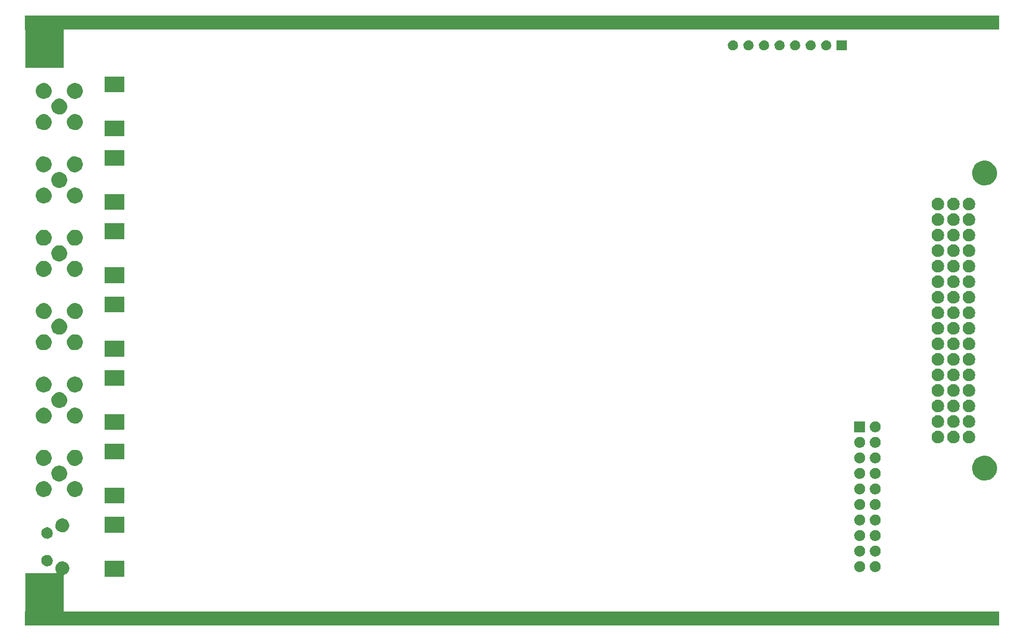
<source format=gbs>
G04 (created by PCBNEW (2013-07-07 BZR 4022)-stable) date 18.10.2013 17:48:29*
%MOIN*%
G04 Gerber Fmt 3.4, Leading zero omitted, Abs format*
%FSLAX34Y34*%
G01*
G70*
G90*
G04 APERTURE LIST*
%ADD10C,0.00590551*%
G04 APERTURE END LIST*
G54D10*
G36*
X21557Y-24539D02*
X21556Y-24647D01*
X21532Y-24752D01*
X21494Y-24838D01*
X21431Y-24926D01*
X21364Y-24991D01*
X21272Y-25049D01*
X21185Y-25083D01*
X21079Y-25101D01*
X20985Y-25099D01*
X20879Y-25076D01*
X20794Y-25039D01*
X20705Y-24977D01*
X20640Y-24910D01*
X20581Y-24819D01*
X20547Y-24732D01*
X20528Y-24625D01*
X20529Y-24533D01*
X20552Y-24426D01*
X20588Y-24341D01*
X20650Y-24251D01*
X20716Y-24186D01*
X20807Y-24126D01*
X20893Y-24092D01*
X21000Y-24071D01*
X21092Y-24072D01*
X21200Y-24094D01*
X21284Y-24129D01*
X21376Y-24191D01*
X21440Y-24256D01*
X21501Y-24348D01*
X21536Y-24432D01*
X21557Y-24539D01*
X21557Y-24539D01*
G37*
G36*
X21557Y-26547D02*
X21556Y-26655D01*
X21532Y-26760D01*
X21494Y-26846D01*
X21431Y-26934D01*
X21364Y-26999D01*
X21272Y-27057D01*
X21185Y-27091D01*
X21079Y-27109D01*
X20985Y-27107D01*
X20879Y-27084D01*
X20794Y-27047D01*
X20705Y-26985D01*
X20640Y-26918D01*
X20581Y-26827D01*
X20547Y-26740D01*
X20528Y-26633D01*
X20529Y-26541D01*
X20552Y-26434D01*
X20588Y-26349D01*
X20650Y-26259D01*
X20716Y-26194D01*
X20807Y-26134D01*
X20893Y-26100D01*
X21000Y-26079D01*
X21092Y-26080D01*
X21200Y-26102D01*
X21284Y-26137D01*
X21376Y-26199D01*
X21440Y-26264D01*
X21501Y-26356D01*
X21536Y-26440D01*
X21557Y-26547D01*
X21557Y-26547D01*
G37*
G36*
X21557Y-29264D02*
X21556Y-29372D01*
X21532Y-29477D01*
X21494Y-29563D01*
X21431Y-29651D01*
X21364Y-29715D01*
X21272Y-29773D01*
X21185Y-29807D01*
X21079Y-29826D01*
X20985Y-29824D01*
X20879Y-29801D01*
X20794Y-29763D01*
X20705Y-29701D01*
X20640Y-29634D01*
X20581Y-29543D01*
X20547Y-29457D01*
X20528Y-29350D01*
X20529Y-29257D01*
X20552Y-29150D01*
X20588Y-29065D01*
X20650Y-28975D01*
X20716Y-28911D01*
X20807Y-28851D01*
X20893Y-28816D01*
X21000Y-28796D01*
X21092Y-28796D01*
X21200Y-28818D01*
X21284Y-28854D01*
X21376Y-28915D01*
X21440Y-28980D01*
X21501Y-29072D01*
X21536Y-29157D01*
X21557Y-29264D01*
X21557Y-29264D01*
G37*
G36*
X21557Y-31272D02*
X21556Y-31380D01*
X21532Y-31485D01*
X21494Y-31571D01*
X21431Y-31659D01*
X21364Y-31723D01*
X21272Y-31781D01*
X21185Y-31815D01*
X21079Y-31834D01*
X20985Y-31832D01*
X20879Y-31809D01*
X20794Y-31771D01*
X20705Y-31709D01*
X20640Y-31642D01*
X20581Y-31551D01*
X20547Y-31465D01*
X20528Y-31358D01*
X20529Y-31265D01*
X20552Y-31158D01*
X20588Y-31073D01*
X20650Y-30983D01*
X20716Y-30919D01*
X20807Y-30859D01*
X20893Y-30824D01*
X21000Y-30804D01*
X21092Y-30804D01*
X21200Y-30826D01*
X21284Y-30862D01*
X21376Y-30923D01*
X21440Y-30988D01*
X21501Y-31080D01*
X21536Y-31165D01*
X21557Y-31272D01*
X21557Y-31272D01*
G37*
G36*
X21557Y-33988D02*
X21556Y-34096D01*
X21532Y-34201D01*
X21494Y-34287D01*
X21431Y-34375D01*
X21364Y-34440D01*
X21272Y-34498D01*
X21185Y-34531D01*
X21079Y-34550D01*
X20985Y-34548D01*
X20879Y-34525D01*
X20794Y-34488D01*
X20705Y-34426D01*
X20640Y-34359D01*
X20581Y-34267D01*
X20547Y-34181D01*
X20528Y-34074D01*
X20529Y-33981D01*
X20552Y-33875D01*
X20588Y-33790D01*
X20650Y-33699D01*
X20716Y-33635D01*
X20807Y-33575D01*
X20893Y-33541D01*
X21000Y-33520D01*
X21092Y-33521D01*
X21200Y-33543D01*
X21284Y-33578D01*
X21376Y-33640D01*
X21440Y-33705D01*
X21501Y-33797D01*
X21536Y-33881D01*
X21557Y-33988D01*
X21557Y-33988D01*
G37*
G36*
X21557Y-35996D02*
X21556Y-36104D01*
X21532Y-36209D01*
X21494Y-36295D01*
X21431Y-36383D01*
X21364Y-36448D01*
X21272Y-36506D01*
X21185Y-36539D01*
X21079Y-36558D01*
X20985Y-36556D01*
X20879Y-36533D01*
X20794Y-36496D01*
X20705Y-36434D01*
X20640Y-36367D01*
X20581Y-36275D01*
X20547Y-36189D01*
X20528Y-36082D01*
X20529Y-35989D01*
X20552Y-35883D01*
X20588Y-35798D01*
X20650Y-35707D01*
X20716Y-35643D01*
X20807Y-35583D01*
X20893Y-35549D01*
X21000Y-35528D01*
X21092Y-35529D01*
X21200Y-35551D01*
X21284Y-35586D01*
X21376Y-35648D01*
X21440Y-35713D01*
X21501Y-35805D01*
X21536Y-35889D01*
X21557Y-35996D01*
X21557Y-35996D01*
G37*
G36*
X21557Y-38712D02*
X21556Y-38821D01*
X21532Y-38926D01*
X21494Y-39011D01*
X21431Y-39100D01*
X21364Y-39164D01*
X21272Y-39222D01*
X21185Y-39256D01*
X21079Y-39275D01*
X20985Y-39273D01*
X20879Y-39249D01*
X20794Y-39212D01*
X20705Y-39150D01*
X20640Y-39083D01*
X20581Y-38992D01*
X20547Y-38906D01*
X20528Y-38798D01*
X20529Y-38706D01*
X20552Y-38599D01*
X20588Y-38514D01*
X20650Y-38424D01*
X20716Y-38359D01*
X20807Y-38299D01*
X20893Y-38265D01*
X21000Y-38244D01*
X21092Y-38245D01*
X21200Y-38267D01*
X21284Y-38303D01*
X21376Y-38364D01*
X21440Y-38429D01*
X21501Y-38521D01*
X21536Y-38605D01*
X21557Y-38712D01*
X21557Y-38712D01*
G37*
G36*
X21557Y-40720D02*
X21556Y-40829D01*
X21532Y-40934D01*
X21494Y-41019D01*
X21431Y-41108D01*
X21364Y-41172D01*
X21272Y-41230D01*
X21185Y-41264D01*
X21079Y-41283D01*
X20985Y-41281D01*
X20879Y-41257D01*
X20794Y-41220D01*
X20705Y-41158D01*
X20640Y-41091D01*
X20581Y-41000D01*
X20547Y-40914D01*
X20528Y-40806D01*
X20529Y-40714D01*
X20552Y-40607D01*
X20588Y-40522D01*
X20650Y-40432D01*
X20716Y-40367D01*
X20807Y-40307D01*
X20893Y-40273D01*
X21000Y-40252D01*
X21092Y-40253D01*
X21200Y-40275D01*
X21284Y-40311D01*
X21376Y-40372D01*
X21440Y-40437D01*
X21501Y-40529D01*
X21536Y-40613D01*
X21557Y-40720D01*
X21557Y-40720D01*
G37*
G36*
X21557Y-43437D02*
X21556Y-43545D01*
X21532Y-43650D01*
X21494Y-43736D01*
X21431Y-43824D01*
X21364Y-43888D01*
X21272Y-43946D01*
X21185Y-43980D01*
X21079Y-43999D01*
X20985Y-43997D01*
X20879Y-43974D01*
X20794Y-43937D01*
X20705Y-43874D01*
X20640Y-43808D01*
X20581Y-43716D01*
X20547Y-43630D01*
X20528Y-43523D01*
X20529Y-43430D01*
X20552Y-43323D01*
X20588Y-43239D01*
X20650Y-43148D01*
X20716Y-43084D01*
X20807Y-43024D01*
X20893Y-42989D01*
X21000Y-42969D01*
X21092Y-42969D01*
X21200Y-42992D01*
X21284Y-43027D01*
X21376Y-43089D01*
X21440Y-43154D01*
X21501Y-43245D01*
X21536Y-43330D01*
X21557Y-43437D01*
X21557Y-43437D01*
G37*
G36*
X21557Y-45445D02*
X21556Y-45553D01*
X21532Y-45658D01*
X21494Y-45744D01*
X21431Y-45832D01*
X21364Y-45896D01*
X21272Y-45954D01*
X21185Y-45988D01*
X21079Y-46007D01*
X20985Y-46005D01*
X20879Y-45982D01*
X20794Y-45945D01*
X20705Y-45882D01*
X20640Y-45816D01*
X20581Y-45724D01*
X20547Y-45638D01*
X20528Y-45531D01*
X20529Y-45438D01*
X20552Y-45331D01*
X20588Y-45247D01*
X20650Y-45156D01*
X20716Y-45092D01*
X20807Y-45032D01*
X20893Y-44997D01*
X21000Y-44977D01*
X21092Y-44977D01*
X21200Y-45000D01*
X21284Y-45035D01*
X21376Y-45097D01*
X21440Y-45162D01*
X21501Y-45253D01*
X21536Y-45338D01*
X21557Y-45445D01*
X21557Y-45445D01*
G37*
G36*
X21557Y-48161D02*
X21556Y-48269D01*
X21532Y-48375D01*
X21494Y-48460D01*
X21431Y-48548D01*
X21364Y-48613D01*
X21272Y-48671D01*
X21185Y-48705D01*
X21079Y-48723D01*
X20985Y-48721D01*
X20879Y-48698D01*
X20794Y-48661D01*
X20705Y-48599D01*
X20640Y-48532D01*
X20581Y-48441D01*
X20547Y-48354D01*
X20528Y-48247D01*
X20529Y-48155D01*
X20552Y-48048D01*
X20588Y-47963D01*
X20650Y-47873D01*
X20716Y-47808D01*
X20807Y-47748D01*
X20893Y-47714D01*
X21000Y-47693D01*
X21092Y-47694D01*
X21200Y-47716D01*
X21284Y-47751D01*
X21376Y-47813D01*
X21440Y-47878D01*
X21501Y-47970D01*
X21536Y-48054D01*
X21557Y-48161D01*
X21557Y-48161D01*
G37*
G36*
X21557Y-50169D02*
X21556Y-50277D01*
X21532Y-50383D01*
X21494Y-50468D01*
X21431Y-50556D01*
X21364Y-50621D01*
X21272Y-50679D01*
X21185Y-50713D01*
X21079Y-50731D01*
X20985Y-50729D01*
X20879Y-50706D01*
X20794Y-50669D01*
X20705Y-50607D01*
X20640Y-50540D01*
X20581Y-50449D01*
X20547Y-50362D01*
X20528Y-50255D01*
X20529Y-50163D01*
X20552Y-50056D01*
X20588Y-49971D01*
X20650Y-49881D01*
X20716Y-49816D01*
X20807Y-49756D01*
X20893Y-49722D01*
X21000Y-49701D01*
X21092Y-49702D01*
X21200Y-49724D01*
X21284Y-49759D01*
X21376Y-49821D01*
X21440Y-49886D01*
X21501Y-49978D01*
X21536Y-50062D01*
X21557Y-50169D01*
X21557Y-50169D01*
G37*
G36*
X21626Y-53018D02*
X21625Y-53093D01*
X21608Y-53170D01*
X21581Y-53229D01*
X21536Y-53294D01*
X21489Y-53339D01*
X21422Y-53381D01*
X21362Y-53404D01*
X21284Y-53418D01*
X21220Y-53417D01*
X21142Y-53400D01*
X21083Y-53374D01*
X21018Y-53328D01*
X20973Y-53282D01*
X20930Y-53215D01*
X20906Y-53156D01*
X20892Y-53077D01*
X20893Y-53014D01*
X20909Y-52935D01*
X20934Y-52877D01*
X20980Y-52810D01*
X21025Y-52766D01*
X21093Y-52722D01*
X21151Y-52698D01*
X21230Y-52683D01*
X21293Y-52684D01*
X21373Y-52700D01*
X21431Y-52724D01*
X21498Y-52770D01*
X21542Y-52814D01*
X21587Y-52882D01*
X21611Y-52939D01*
X21626Y-53018D01*
X21626Y-53018D01*
G37*
G36*
X21626Y-54790D02*
X21625Y-54865D01*
X21608Y-54942D01*
X21581Y-55001D01*
X21536Y-55066D01*
X21489Y-55111D01*
X21422Y-55153D01*
X21362Y-55176D01*
X21284Y-55190D01*
X21220Y-55189D01*
X21142Y-55172D01*
X21083Y-55146D01*
X21018Y-55100D01*
X20973Y-55054D01*
X20930Y-54987D01*
X20906Y-54928D01*
X20892Y-54849D01*
X20893Y-54786D01*
X20909Y-54707D01*
X20934Y-54649D01*
X20980Y-54582D01*
X21025Y-54538D01*
X21093Y-54494D01*
X21151Y-54470D01*
X21230Y-54455D01*
X21293Y-54456D01*
X21373Y-54472D01*
X21431Y-54496D01*
X21498Y-54542D01*
X21542Y-54586D01*
X21587Y-54654D01*
X21611Y-54711D01*
X21626Y-54790D01*
X21626Y-54790D01*
G37*
G36*
X22561Y-25543D02*
X22560Y-25651D01*
X22536Y-25756D01*
X22498Y-25842D01*
X22435Y-25930D01*
X22368Y-25995D01*
X22276Y-26053D01*
X22189Y-26087D01*
X22083Y-26105D01*
X21989Y-26103D01*
X21883Y-26080D01*
X21798Y-26043D01*
X21709Y-25981D01*
X21644Y-25914D01*
X21585Y-25823D01*
X21551Y-25736D01*
X21532Y-25629D01*
X21533Y-25537D01*
X21556Y-25430D01*
X21592Y-25345D01*
X21654Y-25255D01*
X21720Y-25190D01*
X21811Y-25130D01*
X21897Y-25096D01*
X22004Y-25075D01*
X22096Y-25076D01*
X22204Y-25098D01*
X22288Y-25133D01*
X22380Y-25195D01*
X22444Y-25260D01*
X22505Y-25352D01*
X22540Y-25436D01*
X22561Y-25543D01*
X22561Y-25543D01*
G37*
G36*
X22561Y-30268D02*
X22560Y-30376D01*
X22536Y-30481D01*
X22498Y-30567D01*
X22435Y-30655D01*
X22368Y-30719D01*
X22276Y-30777D01*
X22189Y-30811D01*
X22083Y-30830D01*
X21989Y-30828D01*
X21883Y-30805D01*
X21798Y-30767D01*
X21709Y-30705D01*
X21644Y-30638D01*
X21585Y-30547D01*
X21551Y-30461D01*
X21532Y-30354D01*
X21533Y-30261D01*
X21556Y-30154D01*
X21592Y-30069D01*
X21654Y-29979D01*
X21720Y-29915D01*
X21811Y-29855D01*
X21897Y-29820D01*
X22004Y-29800D01*
X22096Y-29800D01*
X22204Y-29822D01*
X22288Y-29858D01*
X22380Y-29919D01*
X22444Y-29984D01*
X22505Y-30076D01*
X22540Y-30161D01*
X22561Y-30268D01*
X22561Y-30268D01*
G37*
G36*
X22561Y-34992D02*
X22560Y-35100D01*
X22536Y-35205D01*
X22498Y-35291D01*
X22435Y-35379D01*
X22368Y-35444D01*
X22276Y-35502D01*
X22189Y-35535D01*
X22083Y-35554D01*
X21989Y-35552D01*
X21883Y-35529D01*
X21798Y-35492D01*
X21709Y-35430D01*
X21644Y-35363D01*
X21585Y-35271D01*
X21551Y-35185D01*
X21532Y-35078D01*
X21533Y-34985D01*
X21556Y-34879D01*
X21592Y-34794D01*
X21654Y-34703D01*
X21720Y-34639D01*
X21811Y-34579D01*
X21897Y-34545D01*
X22004Y-34524D01*
X22096Y-34525D01*
X22204Y-34547D01*
X22288Y-34582D01*
X22380Y-34644D01*
X22444Y-34709D01*
X22505Y-34801D01*
X22540Y-34885D01*
X22561Y-34992D01*
X22561Y-34992D01*
G37*
G36*
X22561Y-39716D02*
X22560Y-39825D01*
X22536Y-39930D01*
X22498Y-40015D01*
X22435Y-40104D01*
X22368Y-40168D01*
X22276Y-40226D01*
X22189Y-40260D01*
X22083Y-40279D01*
X21989Y-40277D01*
X21883Y-40253D01*
X21798Y-40216D01*
X21709Y-40154D01*
X21644Y-40087D01*
X21585Y-39996D01*
X21551Y-39910D01*
X21532Y-39802D01*
X21533Y-39710D01*
X21556Y-39603D01*
X21592Y-39518D01*
X21654Y-39428D01*
X21720Y-39363D01*
X21811Y-39303D01*
X21897Y-39269D01*
X22004Y-39248D01*
X22096Y-39249D01*
X22204Y-39271D01*
X22288Y-39307D01*
X22380Y-39368D01*
X22444Y-39433D01*
X22505Y-39525D01*
X22540Y-39609D01*
X22561Y-39716D01*
X22561Y-39716D01*
G37*
G36*
X22561Y-44441D02*
X22560Y-44549D01*
X22536Y-44654D01*
X22498Y-44740D01*
X22435Y-44828D01*
X22368Y-44892D01*
X22276Y-44950D01*
X22189Y-44984D01*
X22083Y-45003D01*
X21989Y-45001D01*
X21883Y-44978D01*
X21798Y-44941D01*
X21709Y-44878D01*
X21644Y-44812D01*
X21585Y-44720D01*
X21551Y-44634D01*
X21532Y-44527D01*
X21533Y-44434D01*
X21556Y-44327D01*
X21592Y-44243D01*
X21654Y-44152D01*
X21720Y-44088D01*
X21811Y-44028D01*
X21897Y-43993D01*
X22004Y-43973D01*
X22096Y-43973D01*
X22204Y-43996D01*
X22288Y-44031D01*
X22380Y-44093D01*
X22444Y-44158D01*
X22505Y-44249D01*
X22540Y-44334D01*
X22561Y-44441D01*
X22561Y-44441D01*
G37*
G36*
X22561Y-49165D02*
X22560Y-49273D01*
X22536Y-49379D01*
X22498Y-49464D01*
X22435Y-49552D01*
X22368Y-49617D01*
X22276Y-49675D01*
X22189Y-49709D01*
X22083Y-49727D01*
X21989Y-49725D01*
X21883Y-49702D01*
X21798Y-49665D01*
X21709Y-49603D01*
X21644Y-49536D01*
X21585Y-49445D01*
X21551Y-49358D01*
X21532Y-49251D01*
X21533Y-49159D01*
X21556Y-49052D01*
X21592Y-48967D01*
X21654Y-48877D01*
X21720Y-48812D01*
X21811Y-48752D01*
X21897Y-48718D01*
X22004Y-48697D01*
X22096Y-48698D01*
X22204Y-48720D01*
X22288Y-48755D01*
X22380Y-48817D01*
X22444Y-48882D01*
X22505Y-48974D01*
X22540Y-49058D01*
X22561Y-49165D01*
X22561Y-49165D01*
G37*
G36*
X22685Y-52518D02*
X22683Y-52611D01*
X22663Y-52703D01*
X22630Y-52776D01*
X22575Y-52853D01*
X22518Y-52909D01*
X22438Y-52959D01*
X22363Y-52988D01*
X22270Y-53005D01*
X22190Y-53003D01*
X22097Y-52983D01*
X22025Y-52951D01*
X21946Y-52897D01*
X21891Y-52839D01*
X21840Y-52759D01*
X21811Y-52686D01*
X21793Y-52592D01*
X21794Y-52513D01*
X21814Y-52419D01*
X21845Y-52347D01*
X21900Y-52268D01*
X21956Y-52213D01*
X22036Y-52160D01*
X22109Y-52131D01*
X22203Y-52113D01*
X22282Y-52113D01*
X22376Y-52133D01*
X22448Y-52163D01*
X22528Y-52217D01*
X22583Y-52272D01*
X22637Y-52353D01*
X22666Y-52425D01*
X22685Y-52518D01*
X22685Y-52518D01*
G37*
G36*
X23565Y-24539D02*
X23564Y-24647D01*
X23540Y-24752D01*
X23502Y-24838D01*
X23439Y-24926D01*
X23372Y-24991D01*
X23280Y-25049D01*
X23193Y-25083D01*
X23087Y-25101D01*
X22993Y-25099D01*
X22887Y-25076D01*
X22802Y-25039D01*
X22713Y-24977D01*
X22648Y-24910D01*
X22589Y-24819D01*
X22555Y-24732D01*
X22536Y-24625D01*
X22537Y-24533D01*
X22560Y-24426D01*
X22596Y-24341D01*
X22658Y-24251D01*
X22724Y-24186D01*
X22815Y-24126D01*
X22901Y-24092D01*
X23008Y-24071D01*
X23100Y-24072D01*
X23208Y-24094D01*
X23292Y-24129D01*
X23384Y-24191D01*
X23448Y-24256D01*
X23509Y-24348D01*
X23544Y-24432D01*
X23565Y-24539D01*
X23565Y-24539D01*
G37*
G36*
X23565Y-26547D02*
X23564Y-26655D01*
X23540Y-26760D01*
X23502Y-26846D01*
X23439Y-26934D01*
X23372Y-26999D01*
X23280Y-27057D01*
X23193Y-27091D01*
X23087Y-27109D01*
X22993Y-27107D01*
X22887Y-27084D01*
X22802Y-27047D01*
X22713Y-26985D01*
X22648Y-26918D01*
X22589Y-26827D01*
X22555Y-26740D01*
X22536Y-26633D01*
X22537Y-26541D01*
X22560Y-26434D01*
X22596Y-26349D01*
X22658Y-26259D01*
X22724Y-26194D01*
X22815Y-26134D01*
X22901Y-26100D01*
X23008Y-26079D01*
X23100Y-26080D01*
X23208Y-26102D01*
X23292Y-26137D01*
X23384Y-26199D01*
X23448Y-26264D01*
X23509Y-26356D01*
X23544Y-26440D01*
X23565Y-26547D01*
X23565Y-26547D01*
G37*
G36*
X23565Y-29264D02*
X23564Y-29372D01*
X23540Y-29477D01*
X23502Y-29563D01*
X23439Y-29651D01*
X23372Y-29715D01*
X23280Y-29773D01*
X23193Y-29807D01*
X23087Y-29826D01*
X22993Y-29824D01*
X22887Y-29801D01*
X22802Y-29763D01*
X22713Y-29701D01*
X22648Y-29634D01*
X22589Y-29543D01*
X22555Y-29457D01*
X22536Y-29350D01*
X22537Y-29257D01*
X22560Y-29150D01*
X22596Y-29065D01*
X22658Y-28975D01*
X22724Y-28911D01*
X22815Y-28851D01*
X22901Y-28816D01*
X23008Y-28796D01*
X23100Y-28796D01*
X23208Y-28818D01*
X23292Y-28854D01*
X23384Y-28915D01*
X23448Y-28980D01*
X23509Y-29072D01*
X23544Y-29157D01*
X23565Y-29264D01*
X23565Y-29264D01*
G37*
G36*
X23565Y-31272D02*
X23564Y-31380D01*
X23540Y-31485D01*
X23502Y-31571D01*
X23439Y-31659D01*
X23372Y-31723D01*
X23280Y-31781D01*
X23193Y-31815D01*
X23087Y-31834D01*
X22993Y-31832D01*
X22887Y-31809D01*
X22802Y-31771D01*
X22713Y-31709D01*
X22648Y-31642D01*
X22589Y-31551D01*
X22555Y-31465D01*
X22536Y-31358D01*
X22537Y-31265D01*
X22560Y-31158D01*
X22596Y-31073D01*
X22658Y-30983D01*
X22724Y-30919D01*
X22815Y-30859D01*
X22901Y-30824D01*
X23008Y-30804D01*
X23100Y-30804D01*
X23208Y-30826D01*
X23292Y-30862D01*
X23384Y-30923D01*
X23448Y-30988D01*
X23509Y-31080D01*
X23544Y-31165D01*
X23565Y-31272D01*
X23565Y-31272D01*
G37*
G36*
X23565Y-33988D02*
X23564Y-34096D01*
X23540Y-34201D01*
X23502Y-34287D01*
X23439Y-34375D01*
X23372Y-34440D01*
X23280Y-34498D01*
X23193Y-34531D01*
X23087Y-34550D01*
X22993Y-34548D01*
X22887Y-34525D01*
X22802Y-34488D01*
X22713Y-34426D01*
X22648Y-34359D01*
X22589Y-34267D01*
X22555Y-34181D01*
X22536Y-34074D01*
X22537Y-33981D01*
X22560Y-33875D01*
X22596Y-33790D01*
X22658Y-33699D01*
X22724Y-33635D01*
X22815Y-33575D01*
X22901Y-33541D01*
X23008Y-33520D01*
X23100Y-33521D01*
X23208Y-33543D01*
X23292Y-33578D01*
X23384Y-33640D01*
X23448Y-33705D01*
X23509Y-33797D01*
X23544Y-33881D01*
X23565Y-33988D01*
X23565Y-33988D01*
G37*
G36*
X23565Y-35996D02*
X23564Y-36104D01*
X23540Y-36209D01*
X23502Y-36295D01*
X23439Y-36383D01*
X23372Y-36448D01*
X23280Y-36506D01*
X23193Y-36539D01*
X23087Y-36558D01*
X22993Y-36556D01*
X22887Y-36533D01*
X22802Y-36496D01*
X22713Y-36434D01*
X22648Y-36367D01*
X22589Y-36275D01*
X22555Y-36189D01*
X22536Y-36082D01*
X22537Y-35989D01*
X22560Y-35883D01*
X22596Y-35798D01*
X22658Y-35707D01*
X22724Y-35643D01*
X22815Y-35583D01*
X22901Y-35549D01*
X23008Y-35528D01*
X23100Y-35529D01*
X23208Y-35551D01*
X23292Y-35586D01*
X23384Y-35648D01*
X23448Y-35713D01*
X23509Y-35805D01*
X23544Y-35889D01*
X23565Y-35996D01*
X23565Y-35996D01*
G37*
G36*
X23565Y-38712D02*
X23564Y-38821D01*
X23540Y-38926D01*
X23502Y-39011D01*
X23439Y-39100D01*
X23372Y-39164D01*
X23280Y-39222D01*
X23193Y-39256D01*
X23087Y-39275D01*
X22993Y-39273D01*
X22887Y-39249D01*
X22802Y-39212D01*
X22713Y-39150D01*
X22648Y-39083D01*
X22589Y-38992D01*
X22555Y-38906D01*
X22536Y-38798D01*
X22537Y-38706D01*
X22560Y-38599D01*
X22596Y-38514D01*
X22658Y-38424D01*
X22724Y-38359D01*
X22815Y-38299D01*
X22901Y-38265D01*
X23008Y-38244D01*
X23100Y-38245D01*
X23208Y-38267D01*
X23292Y-38303D01*
X23384Y-38364D01*
X23448Y-38429D01*
X23509Y-38521D01*
X23544Y-38605D01*
X23565Y-38712D01*
X23565Y-38712D01*
G37*
G36*
X23565Y-40720D02*
X23564Y-40829D01*
X23540Y-40934D01*
X23502Y-41019D01*
X23439Y-41108D01*
X23372Y-41172D01*
X23280Y-41230D01*
X23193Y-41264D01*
X23087Y-41283D01*
X22993Y-41281D01*
X22887Y-41257D01*
X22802Y-41220D01*
X22713Y-41158D01*
X22648Y-41091D01*
X22589Y-41000D01*
X22555Y-40914D01*
X22536Y-40806D01*
X22537Y-40714D01*
X22560Y-40607D01*
X22596Y-40522D01*
X22658Y-40432D01*
X22724Y-40367D01*
X22815Y-40307D01*
X22901Y-40273D01*
X23008Y-40252D01*
X23100Y-40253D01*
X23208Y-40275D01*
X23292Y-40311D01*
X23384Y-40372D01*
X23448Y-40437D01*
X23509Y-40529D01*
X23544Y-40613D01*
X23565Y-40720D01*
X23565Y-40720D01*
G37*
G36*
X23565Y-43437D02*
X23564Y-43545D01*
X23540Y-43650D01*
X23502Y-43736D01*
X23439Y-43824D01*
X23372Y-43888D01*
X23280Y-43946D01*
X23193Y-43980D01*
X23087Y-43999D01*
X22993Y-43997D01*
X22887Y-43974D01*
X22802Y-43937D01*
X22713Y-43874D01*
X22648Y-43808D01*
X22589Y-43716D01*
X22555Y-43630D01*
X22536Y-43523D01*
X22537Y-43430D01*
X22560Y-43323D01*
X22596Y-43239D01*
X22658Y-43148D01*
X22724Y-43084D01*
X22815Y-43024D01*
X22901Y-42989D01*
X23008Y-42969D01*
X23100Y-42969D01*
X23208Y-42992D01*
X23292Y-43027D01*
X23384Y-43089D01*
X23448Y-43154D01*
X23509Y-43245D01*
X23544Y-43330D01*
X23565Y-43437D01*
X23565Y-43437D01*
G37*
G36*
X23565Y-45445D02*
X23564Y-45553D01*
X23540Y-45658D01*
X23502Y-45744D01*
X23439Y-45832D01*
X23372Y-45896D01*
X23280Y-45954D01*
X23193Y-45988D01*
X23087Y-46007D01*
X22993Y-46005D01*
X22887Y-45982D01*
X22802Y-45945D01*
X22713Y-45882D01*
X22648Y-45816D01*
X22589Y-45724D01*
X22555Y-45638D01*
X22536Y-45531D01*
X22537Y-45438D01*
X22560Y-45331D01*
X22596Y-45247D01*
X22658Y-45156D01*
X22724Y-45092D01*
X22815Y-45032D01*
X22901Y-44997D01*
X23008Y-44977D01*
X23100Y-44977D01*
X23208Y-45000D01*
X23292Y-45035D01*
X23384Y-45097D01*
X23448Y-45162D01*
X23509Y-45253D01*
X23544Y-45338D01*
X23565Y-45445D01*
X23565Y-45445D01*
G37*
G36*
X23565Y-48161D02*
X23564Y-48269D01*
X23540Y-48375D01*
X23502Y-48460D01*
X23439Y-48548D01*
X23372Y-48613D01*
X23280Y-48671D01*
X23193Y-48705D01*
X23087Y-48723D01*
X22993Y-48721D01*
X22887Y-48698D01*
X22802Y-48661D01*
X22713Y-48599D01*
X22648Y-48532D01*
X22589Y-48441D01*
X22555Y-48354D01*
X22536Y-48247D01*
X22537Y-48155D01*
X22560Y-48048D01*
X22596Y-47963D01*
X22658Y-47873D01*
X22724Y-47808D01*
X22815Y-47748D01*
X22901Y-47714D01*
X23008Y-47693D01*
X23100Y-47694D01*
X23208Y-47716D01*
X23292Y-47751D01*
X23384Y-47813D01*
X23448Y-47878D01*
X23509Y-47970D01*
X23544Y-48054D01*
X23565Y-48161D01*
X23565Y-48161D01*
G37*
G36*
X23565Y-50169D02*
X23564Y-50277D01*
X23540Y-50383D01*
X23502Y-50468D01*
X23439Y-50556D01*
X23372Y-50621D01*
X23280Y-50679D01*
X23193Y-50713D01*
X23087Y-50731D01*
X22993Y-50729D01*
X22887Y-50706D01*
X22802Y-50669D01*
X22713Y-50607D01*
X22648Y-50540D01*
X22589Y-50449D01*
X22555Y-50362D01*
X22536Y-50255D01*
X22537Y-50163D01*
X22560Y-50056D01*
X22596Y-49971D01*
X22658Y-49881D01*
X22724Y-49816D01*
X22815Y-49756D01*
X22901Y-49722D01*
X23008Y-49701D01*
X23100Y-49702D01*
X23208Y-49724D01*
X23292Y-49759D01*
X23384Y-49821D01*
X23448Y-49886D01*
X23509Y-49978D01*
X23544Y-50062D01*
X23565Y-50169D01*
X23565Y-50169D01*
G37*
G36*
X26233Y-24678D02*
X24947Y-24678D01*
X24947Y-23668D01*
X26233Y-23668D01*
X26233Y-24678D01*
X26233Y-24678D01*
G37*
G36*
X26233Y-27512D02*
X24947Y-27512D01*
X24947Y-26502D01*
X26233Y-26502D01*
X26233Y-27512D01*
X26233Y-27512D01*
G37*
G36*
X26233Y-29403D02*
X24947Y-29403D01*
X24947Y-28392D01*
X26233Y-28392D01*
X26233Y-29403D01*
X26233Y-29403D01*
G37*
G36*
X26233Y-32237D02*
X24947Y-32237D01*
X24947Y-31226D01*
X26233Y-31226D01*
X26233Y-32237D01*
X26233Y-32237D01*
G37*
G36*
X26233Y-34127D02*
X24947Y-34127D01*
X24947Y-33117D01*
X26233Y-33117D01*
X26233Y-34127D01*
X26233Y-34127D01*
G37*
G36*
X26233Y-36961D02*
X24947Y-36961D01*
X24947Y-35951D01*
X26233Y-35951D01*
X26233Y-36961D01*
X26233Y-36961D01*
G37*
G36*
X26233Y-38851D02*
X24947Y-38851D01*
X24947Y-37841D01*
X26233Y-37841D01*
X26233Y-38851D01*
X26233Y-38851D01*
G37*
G36*
X26233Y-41685D02*
X24947Y-41685D01*
X24947Y-40675D01*
X26233Y-40675D01*
X26233Y-41685D01*
X26233Y-41685D01*
G37*
G36*
X26233Y-43576D02*
X24947Y-43576D01*
X24947Y-42566D01*
X26233Y-42566D01*
X26233Y-43576D01*
X26233Y-43576D01*
G37*
G36*
X26233Y-46410D02*
X24947Y-46410D01*
X24947Y-45400D01*
X26233Y-45400D01*
X26233Y-46410D01*
X26233Y-46410D01*
G37*
G36*
X26233Y-48300D02*
X24947Y-48300D01*
X24947Y-47290D01*
X26233Y-47290D01*
X26233Y-48300D01*
X26233Y-48300D01*
G37*
G36*
X26233Y-51134D02*
X24947Y-51134D01*
X24947Y-50124D01*
X26233Y-50124D01*
X26233Y-51134D01*
X26233Y-51134D01*
G37*
G36*
X26233Y-53025D02*
X24947Y-53025D01*
X24947Y-52014D01*
X26233Y-52014D01*
X26233Y-53025D01*
X26233Y-53025D01*
G37*
G36*
X26233Y-55859D02*
X24947Y-55859D01*
X24947Y-54848D01*
X26233Y-54848D01*
X26233Y-55859D01*
X26233Y-55859D01*
G37*
G36*
X65724Y-21625D02*
X65723Y-21691D01*
X65707Y-21760D01*
X65684Y-21812D01*
X65643Y-21870D01*
X65602Y-21909D01*
X65542Y-21948D01*
X65489Y-21968D01*
X65419Y-21981D01*
X65362Y-21979D01*
X65292Y-21964D01*
X65240Y-21941D01*
X65181Y-21900D01*
X65142Y-21860D01*
X65103Y-21799D01*
X65083Y-21747D01*
X65070Y-21676D01*
X65071Y-21621D01*
X65086Y-21550D01*
X65108Y-21499D01*
X65149Y-21439D01*
X65188Y-21400D01*
X65249Y-21360D01*
X65300Y-21339D01*
X65372Y-21326D01*
X65427Y-21326D01*
X65499Y-21341D01*
X65549Y-21362D01*
X65610Y-21403D01*
X65649Y-21442D01*
X65689Y-21503D01*
X65710Y-21554D01*
X65724Y-21625D01*
X65724Y-21625D01*
G37*
G36*
X66724Y-21625D02*
X66723Y-21691D01*
X66707Y-21760D01*
X66684Y-21812D01*
X66643Y-21870D01*
X66602Y-21909D01*
X66542Y-21948D01*
X66489Y-21968D01*
X66419Y-21981D01*
X66362Y-21979D01*
X66292Y-21964D01*
X66240Y-21941D01*
X66181Y-21900D01*
X66142Y-21860D01*
X66103Y-21799D01*
X66083Y-21747D01*
X66070Y-21676D01*
X66071Y-21621D01*
X66086Y-21550D01*
X66108Y-21499D01*
X66149Y-21439D01*
X66188Y-21400D01*
X66249Y-21360D01*
X66300Y-21339D01*
X66372Y-21326D01*
X66427Y-21326D01*
X66499Y-21341D01*
X66549Y-21362D01*
X66610Y-21403D01*
X66649Y-21442D01*
X66689Y-21503D01*
X66710Y-21554D01*
X66724Y-21625D01*
X66724Y-21625D01*
G37*
G36*
X67724Y-21625D02*
X67723Y-21691D01*
X67707Y-21760D01*
X67684Y-21812D01*
X67643Y-21870D01*
X67602Y-21909D01*
X67542Y-21948D01*
X67489Y-21968D01*
X67419Y-21981D01*
X67362Y-21979D01*
X67292Y-21964D01*
X67240Y-21941D01*
X67181Y-21900D01*
X67142Y-21860D01*
X67103Y-21799D01*
X67083Y-21747D01*
X67070Y-21676D01*
X67071Y-21621D01*
X67086Y-21550D01*
X67108Y-21499D01*
X67149Y-21439D01*
X67188Y-21400D01*
X67249Y-21360D01*
X67300Y-21339D01*
X67372Y-21326D01*
X67427Y-21326D01*
X67499Y-21341D01*
X67549Y-21362D01*
X67610Y-21403D01*
X67649Y-21442D01*
X67689Y-21503D01*
X67710Y-21554D01*
X67724Y-21625D01*
X67724Y-21625D01*
G37*
G36*
X68724Y-21625D02*
X68723Y-21691D01*
X68707Y-21760D01*
X68684Y-21812D01*
X68643Y-21870D01*
X68602Y-21909D01*
X68542Y-21948D01*
X68489Y-21968D01*
X68419Y-21981D01*
X68362Y-21979D01*
X68292Y-21964D01*
X68240Y-21941D01*
X68181Y-21900D01*
X68142Y-21860D01*
X68103Y-21799D01*
X68083Y-21747D01*
X68070Y-21676D01*
X68071Y-21621D01*
X68086Y-21550D01*
X68108Y-21499D01*
X68149Y-21439D01*
X68188Y-21400D01*
X68249Y-21360D01*
X68300Y-21339D01*
X68372Y-21326D01*
X68427Y-21326D01*
X68499Y-21341D01*
X68549Y-21362D01*
X68610Y-21403D01*
X68649Y-21442D01*
X68689Y-21503D01*
X68710Y-21554D01*
X68724Y-21625D01*
X68724Y-21625D01*
G37*
G36*
X69724Y-21625D02*
X69723Y-21691D01*
X69707Y-21760D01*
X69684Y-21812D01*
X69643Y-21870D01*
X69602Y-21909D01*
X69542Y-21948D01*
X69489Y-21968D01*
X69419Y-21981D01*
X69362Y-21979D01*
X69292Y-21964D01*
X69240Y-21941D01*
X69181Y-21900D01*
X69142Y-21860D01*
X69103Y-21799D01*
X69083Y-21747D01*
X69070Y-21676D01*
X69071Y-21621D01*
X69086Y-21550D01*
X69108Y-21499D01*
X69149Y-21439D01*
X69188Y-21400D01*
X69249Y-21360D01*
X69300Y-21339D01*
X69372Y-21326D01*
X69427Y-21326D01*
X69499Y-21341D01*
X69549Y-21362D01*
X69610Y-21403D01*
X69649Y-21442D01*
X69689Y-21503D01*
X69710Y-21554D01*
X69724Y-21625D01*
X69724Y-21625D01*
G37*
G36*
X70724Y-21625D02*
X70723Y-21691D01*
X70707Y-21760D01*
X70684Y-21812D01*
X70643Y-21870D01*
X70602Y-21909D01*
X70542Y-21948D01*
X70489Y-21968D01*
X70419Y-21981D01*
X70362Y-21979D01*
X70292Y-21964D01*
X70240Y-21941D01*
X70181Y-21900D01*
X70142Y-21860D01*
X70103Y-21799D01*
X70083Y-21747D01*
X70070Y-21676D01*
X70071Y-21621D01*
X70086Y-21550D01*
X70108Y-21499D01*
X70149Y-21439D01*
X70188Y-21400D01*
X70249Y-21360D01*
X70300Y-21339D01*
X70372Y-21326D01*
X70427Y-21326D01*
X70499Y-21341D01*
X70549Y-21362D01*
X70610Y-21403D01*
X70649Y-21442D01*
X70689Y-21503D01*
X70710Y-21554D01*
X70724Y-21625D01*
X70724Y-21625D01*
G37*
G36*
X71724Y-21625D02*
X71723Y-21691D01*
X71707Y-21760D01*
X71684Y-21812D01*
X71643Y-21870D01*
X71602Y-21909D01*
X71542Y-21948D01*
X71489Y-21968D01*
X71419Y-21981D01*
X71362Y-21979D01*
X71292Y-21964D01*
X71240Y-21941D01*
X71181Y-21900D01*
X71142Y-21860D01*
X71103Y-21799D01*
X71083Y-21747D01*
X71070Y-21676D01*
X71071Y-21621D01*
X71086Y-21550D01*
X71108Y-21499D01*
X71149Y-21439D01*
X71188Y-21400D01*
X71249Y-21360D01*
X71300Y-21339D01*
X71372Y-21326D01*
X71427Y-21326D01*
X71499Y-21341D01*
X71549Y-21362D01*
X71610Y-21403D01*
X71649Y-21442D01*
X71689Y-21503D01*
X71710Y-21554D01*
X71724Y-21625D01*
X71724Y-21625D01*
G37*
G36*
X72724Y-21980D02*
X72070Y-21980D01*
X72070Y-21326D01*
X72724Y-21326D01*
X72724Y-21980D01*
X72724Y-21980D01*
G37*
G36*
X73905Y-47179D02*
X73904Y-47250D01*
X73888Y-47324D01*
X73862Y-47381D01*
X73819Y-47443D01*
X73774Y-47486D01*
X73709Y-47526D01*
X73652Y-47549D01*
X73577Y-47562D01*
X73515Y-47561D01*
X73441Y-47544D01*
X73385Y-47520D01*
X73321Y-47476D01*
X73279Y-47432D01*
X73237Y-47367D01*
X73215Y-47311D01*
X73201Y-47235D01*
X73202Y-47174D01*
X73218Y-47099D01*
X73242Y-47043D01*
X73286Y-46979D01*
X73329Y-46937D01*
X73394Y-46894D01*
X73450Y-46872D01*
X73526Y-46857D01*
X73586Y-46858D01*
X73662Y-46873D01*
X73718Y-46897D01*
X73782Y-46940D01*
X73824Y-46983D01*
X73868Y-47048D01*
X73890Y-47103D01*
X73905Y-47179D01*
X73905Y-47179D01*
G37*
G36*
X73905Y-48179D02*
X73904Y-48250D01*
X73888Y-48324D01*
X73862Y-48381D01*
X73819Y-48443D01*
X73774Y-48486D01*
X73709Y-48526D01*
X73652Y-48549D01*
X73577Y-48562D01*
X73515Y-48561D01*
X73441Y-48544D01*
X73385Y-48520D01*
X73321Y-48476D01*
X73279Y-48432D01*
X73237Y-48367D01*
X73215Y-48311D01*
X73201Y-48235D01*
X73202Y-48174D01*
X73218Y-48099D01*
X73242Y-48043D01*
X73286Y-47979D01*
X73329Y-47937D01*
X73394Y-47894D01*
X73450Y-47872D01*
X73526Y-47857D01*
X73586Y-47858D01*
X73662Y-47873D01*
X73718Y-47897D01*
X73782Y-47940D01*
X73824Y-47983D01*
X73868Y-48048D01*
X73890Y-48103D01*
X73905Y-48179D01*
X73905Y-48179D01*
G37*
G36*
X73905Y-49179D02*
X73904Y-49250D01*
X73888Y-49324D01*
X73862Y-49381D01*
X73819Y-49443D01*
X73774Y-49486D01*
X73709Y-49526D01*
X73652Y-49549D01*
X73577Y-49562D01*
X73515Y-49561D01*
X73441Y-49544D01*
X73385Y-49520D01*
X73321Y-49476D01*
X73279Y-49432D01*
X73237Y-49367D01*
X73215Y-49311D01*
X73201Y-49235D01*
X73202Y-49174D01*
X73218Y-49099D01*
X73242Y-49043D01*
X73286Y-48979D01*
X73329Y-48937D01*
X73394Y-48894D01*
X73450Y-48872D01*
X73526Y-48857D01*
X73586Y-48858D01*
X73662Y-48873D01*
X73718Y-48897D01*
X73782Y-48940D01*
X73824Y-48983D01*
X73868Y-49048D01*
X73890Y-49103D01*
X73905Y-49179D01*
X73905Y-49179D01*
G37*
G36*
X73905Y-50179D02*
X73904Y-50250D01*
X73888Y-50324D01*
X73862Y-50381D01*
X73819Y-50443D01*
X73774Y-50486D01*
X73709Y-50526D01*
X73652Y-50549D01*
X73577Y-50562D01*
X73515Y-50561D01*
X73441Y-50544D01*
X73385Y-50520D01*
X73321Y-50476D01*
X73279Y-50432D01*
X73237Y-50367D01*
X73215Y-50311D01*
X73201Y-50235D01*
X73202Y-50174D01*
X73218Y-50099D01*
X73242Y-50043D01*
X73286Y-49979D01*
X73329Y-49937D01*
X73394Y-49894D01*
X73450Y-49872D01*
X73526Y-49857D01*
X73586Y-49858D01*
X73662Y-49873D01*
X73718Y-49897D01*
X73782Y-49940D01*
X73824Y-49983D01*
X73868Y-50048D01*
X73890Y-50103D01*
X73905Y-50179D01*
X73905Y-50179D01*
G37*
G36*
X73905Y-51179D02*
X73904Y-51250D01*
X73888Y-51324D01*
X73862Y-51381D01*
X73819Y-51443D01*
X73774Y-51486D01*
X73709Y-51526D01*
X73652Y-51549D01*
X73577Y-51562D01*
X73515Y-51561D01*
X73441Y-51544D01*
X73385Y-51520D01*
X73321Y-51476D01*
X73279Y-51432D01*
X73237Y-51367D01*
X73215Y-51311D01*
X73201Y-51235D01*
X73202Y-51174D01*
X73218Y-51099D01*
X73242Y-51043D01*
X73286Y-50979D01*
X73329Y-50937D01*
X73394Y-50894D01*
X73450Y-50872D01*
X73526Y-50857D01*
X73586Y-50858D01*
X73662Y-50873D01*
X73718Y-50897D01*
X73782Y-50940D01*
X73824Y-50983D01*
X73868Y-51048D01*
X73890Y-51103D01*
X73905Y-51179D01*
X73905Y-51179D01*
G37*
G36*
X73905Y-52179D02*
X73904Y-52250D01*
X73888Y-52324D01*
X73862Y-52381D01*
X73819Y-52443D01*
X73774Y-52486D01*
X73709Y-52526D01*
X73652Y-52549D01*
X73577Y-52562D01*
X73515Y-52561D01*
X73441Y-52544D01*
X73385Y-52520D01*
X73321Y-52476D01*
X73279Y-52432D01*
X73237Y-52367D01*
X73215Y-52311D01*
X73201Y-52235D01*
X73202Y-52174D01*
X73218Y-52099D01*
X73242Y-52043D01*
X73286Y-51979D01*
X73329Y-51937D01*
X73394Y-51894D01*
X73450Y-51872D01*
X73526Y-51857D01*
X73586Y-51858D01*
X73662Y-51873D01*
X73718Y-51897D01*
X73782Y-51940D01*
X73824Y-51983D01*
X73868Y-52048D01*
X73890Y-52103D01*
X73905Y-52179D01*
X73905Y-52179D01*
G37*
G36*
X73905Y-53179D02*
X73904Y-53250D01*
X73888Y-53324D01*
X73862Y-53381D01*
X73819Y-53443D01*
X73774Y-53486D01*
X73709Y-53526D01*
X73652Y-53549D01*
X73577Y-53562D01*
X73515Y-53561D01*
X73441Y-53544D01*
X73385Y-53520D01*
X73321Y-53476D01*
X73279Y-53432D01*
X73237Y-53367D01*
X73215Y-53311D01*
X73201Y-53235D01*
X73202Y-53174D01*
X73218Y-53099D01*
X73242Y-53043D01*
X73286Y-52979D01*
X73329Y-52937D01*
X73394Y-52894D01*
X73450Y-52872D01*
X73526Y-52857D01*
X73586Y-52858D01*
X73662Y-52873D01*
X73718Y-52897D01*
X73782Y-52940D01*
X73824Y-52983D01*
X73868Y-53048D01*
X73890Y-53103D01*
X73905Y-53179D01*
X73905Y-53179D01*
G37*
G36*
X73905Y-54179D02*
X73904Y-54250D01*
X73888Y-54324D01*
X73862Y-54381D01*
X73819Y-54443D01*
X73774Y-54486D01*
X73709Y-54526D01*
X73652Y-54549D01*
X73577Y-54562D01*
X73515Y-54561D01*
X73441Y-54544D01*
X73385Y-54520D01*
X73321Y-54476D01*
X73279Y-54432D01*
X73237Y-54367D01*
X73215Y-54311D01*
X73201Y-54235D01*
X73202Y-54174D01*
X73218Y-54099D01*
X73242Y-54043D01*
X73286Y-53979D01*
X73329Y-53937D01*
X73394Y-53894D01*
X73450Y-53872D01*
X73526Y-53857D01*
X73586Y-53858D01*
X73662Y-53873D01*
X73718Y-53897D01*
X73782Y-53940D01*
X73824Y-53983D01*
X73868Y-54048D01*
X73890Y-54103D01*
X73905Y-54179D01*
X73905Y-54179D01*
G37*
G36*
X73905Y-55179D02*
X73904Y-55250D01*
X73888Y-55324D01*
X73862Y-55381D01*
X73819Y-55443D01*
X73774Y-55486D01*
X73709Y-55526D01*
X73652Y-55549D01*
X73577Y-55562D01*
X73515Y-55561D01*
X73441Y-55544D01*
X73385Y-55520D01*
X73321Y-55476D01*
X73279Y-55432D01*
X73237Y-55367D01*
X73215Y-55311D01*
X73201Y-55235D01*
X73202Y-55174D01*
X73218Y-55099D01*
X73242Y-55043D01*
X73286Y-54979D01*
X73329Y-54937D01*
X73394Y-54894D01*
X73450Y-54872D01*
X73526Y-54857D01*
X73586Y-54858D01*
X73662Y-54873D01*
X73718Y-54897D01*
X73782Y-54940D01*
X73824Y-54983D01*
X73868Y-55048D01*
X73890Y-55103D01*
X73905Y-55179D01*
X73905Y-55179D01*
G37*
G36*
X73906Y-46562D02*
X73201Y-46562D01*
X73201Y-45857D01*
X73906Y-45857D01*
X73906Y-46562D01*
X73906Y-46562D01*
G37*
G36*
X74905Y-46179D02*
X74904Y-46250D01*
X74888Y-46324D01*
X74862Y-46381D01*
X74819Y-46443D01*
X74774Y-46486D01*
X74709Y-46526D01*
X74652Y-46549D01*
X74577Y-46562D01*
X74515Y-46561D01*
X74441Y-46544D01*
X74385Y-46520D01*
X74321Y-46476D01*
X74279Y-46432D01*
X74237Y-46367D01*
X74215Y-46311D01*
X74201Y-46235D01*
X74202Y-46174D01*
X74218Y-46099D01*
X74242Y-46043D01*
X74286Y-45979D01*
X74329Y-45937D01*
X74394Y-45894D01*
X74450Y-45872D01*
X74526Y-45857D01*
X74586Y-45858D01*
X74662Y-45873D01*
X74718Y-45897D01*
X74782Y-45940D01*
X74824Y-45983D01*
X74868Y-46048D01*
X74890Y-46103D01*
X74905Y-46179D01*
X74905Y-46179D01*
G37*
G36*
X74905Y-47179D02*
X74904Y-47250D01*
X74888Y-47324D01*
X74862Y-47381D01*
X74819Y-47443D01*
X74774Y-47486D01*
X74709Y-47526D01*
X74652Y-47549D01*
X74577Y-47562D01*
X74515Y-47561D01*
X74441Y-47544D01*
X74385Y-47520D01*
X74321Y-47476D01*
X74279Y-47432D01*
X74237Y-47367D01*
X74215Y-47311D01*
X74201Y-47235D01*
X74202Y-47174D01*
X74218Y-47099D01*
X74242Y-47043D01*
X74286Y-46979D01*
X74329Y-46937D01*
X74394Y-46894D01*
X74450Y-46872D01*
X74526Y-46857D01*
X74586Y-46858D01*
X74662Y-46873D01*
X74718Y-46897D01*
X74782Y-46940D01*
X74824Y-46983D01*
X74868Y-47048D01*
X74890Y-47103D01*
X74905Y-47179D01*
X74905Y-47179D01*
G37*
G36*
X74905Y-48179D02*
X74904Y-48250D01*
X74888Y-48324D01*
X74862Y-48381D01*
X74819Y-48443D01*
X74774Y-48486D01*
X74709Y-48526D01*
X74652Y-48549D01*
X74577Y-48562D01*
X74515Y-48561D01*
X74441Y-48544D01*
X74385Y-48520D01*
X74321Y-48476D01*
X74279Y-48432D01*
X74237Y-48367D01*
X74215Y-48311D01*
X74201Y-48235D01*
X74202Y-48174D01*
X74218Y-48099D01*
X74242Y-48043D01*
X74286Y-47979D01*
X74329Y-47937D01*
X74394Y-47894D01*
X74450Y-47872D01*
X74526Y-47857D01*
X74586Y-47858D01*
X74662Y-47873D01*
X74718Y-47897D01*
X74782Y-47940D01*
X74824Y-47983D01*
X74868Y-48048D01*
X74890Y-48103D01*
X74905Y-48179D01*
X74905Y-48179D01*
G37*
G36*
X74905Y-49179D02*
X74904Y-49250D01*
X74888Y-49324D01*
X74862Y-49381D01*
X74819Y-49443D01*
X74774Y-49486D01*
X74709Y-49526D01*
X74652Y-49549D01*
X74577Y-49562D01*
X74515Y-49561D01*
X74441Y-49544D01*
X74385Y-49520D01*
X74321Y-49476D01*
X74279Y-49432D01*
X74237Y-49367D01*
X74215Y-49311D01*
X74201Y-49235D01*
X74202Y-49174D01*
X74218Y-49099D01*
X74242Y-49043D01*
X74286Y-48979D01*
X74329Y-48937D01*
X74394Y-48894D01*
X74450Y-48872D01*
X74526Y-48857D01*
X74586Y-48858D01*
X74662Y-48873D01*
X74718Y-48897D01*
X74782Y-48940D01*
X74824Y-48983D01*
X74868Y-49048D01*
X74890Y-49103D01*
X74905Y-49179D01*
X74905Y-49179D01*
G37*
G36*
X74905Y-50179D02*
X74904Y-50250D01*
X74888Y-50324D01*
X74862Y-50381D01*
X74819Y-50443D01*
X74774Y-50486D01*
X74709Y-50526D01*
X74652Y-50549D01*
X74577Y-50562D01*
X74515Y-50561D01*
X74441Y-50544D01*
X74385Y-50520D01*
X74321Y-50476D01*
X74279Y-50432D01*
X74237Y-50367D01*
X74215Y-50311D01*
X74201Y-50235D01*
X74202Y-50174D01*
X74218Y-50099D01*
X74242Y-50043D01*
X74286Y-49979D01*
X74329Y-49937D01*
X74394Y-49894D01*
X74450Y-49872D01*
X74526Y-49857D01*
X74586Y-49858D01*
X74662Y-49873D01*
X74718Y-49897D01*
X74782Y-49940D01*
X74824Y-49983D01*
X74868Y-50048D01*
X74890Y-50103D01*
X74905Y-50179D01*
X74905Y-50179D01*
G37*
G36*
X74905Y-51179D02*
X74904Y-51250D01*
X74888Y-51324D01*
X74862Y-51381D01*
X74819Y-51443D01*
X74774Y-51486D01*
X74709Y-51526D01*
X74652Y-51549D01*
X74577Y-51562D01*
X74515Y-51561D01*
X74441Y-51544D01*
X74385Y-51520D01*
X74321Y-51476D01*
X74279Y-51432D01*
X74237Y-51367D01*
X74215Y-51311D01*
X74201Y-51235D01*
X74202Y-51174D01*
X74218Y-51099D01*
X74242Y-51043D01*
X74286Y-50979D01*
X74329Y-50937D01*
X74394Y-50894D01*
X74450Y-50872D01*
X74526Y-50857D01*
X74586Y-50858D01*
X74662Y-50873D01*
X74718Y-50897D01*
X74782Y-50940D01*
X74824Y-50983D01*
X74868Y-51048D01*
X74890Y-51103D01*
X74905Y-51179D01*
X74905Y-51179D01*
G37*
G36*
X74905Y-52179D02*
X74904Y-52250D01*
X74888Y-52324D01*
X74862Y-52381D01*
X74819Y-52443D01*
X74774Y-52486D01*
X74709Y-52526D01*
X74652Y-52549D01*
X74577Y-52562D01*
X74515Y-52561D01*
X74441Y-52544D01*
X74385Y-52520D01*
X74321Y-52476D01*
X74279Y-52432D01*
X74237Y-52367D01*
X74215Y-52311D01*
X74201Y-52235D01*
X74202Y-52174D01*
X74218Y-52099D01*
X74242Y-52043D01*
X74286Y-51979D01*
X74329Y-51937D01*
X74394Y-51894D01*
X74450Y-51872D01*
X74526Y-51857D01*
X74586Y-51858D01*
X74662Y-51873D01*
X74718Y-51897D01*
X74782Y-51940D01*
X74824Y-51983D01*
X74868Y-52048D01*
X74890Y-52103D01*
X74905Y-52179D01*
X74905Y-52179D01*
G37*
G36*
X74905Y-53179D02*
X74904Y-53250D01*
X74888Y-53324D01*
X74862Y-53381D01*
X74819Y-53443D01*
X74774Y-53486D01*
X74709Y-53526D01*
X74652Y-53549D01*
X74577Y-53562D01*
X74515Y-53561D01*
X74441Y-53544D01*
X74385Y-53520D01*
X74321Y-53476D01*
X74279Y-53432D01*
X74237Y-53367D01*
X74215Y-53311D01*
X74201Y-53235D01*
X74202Y-53174D01*
X74218Y-53099D01*
X74242Y-53043D01*
X74286Y-52979D01*
X74329Y-52937D01*
X74394Y-52894D01*
X74450Y-52872D01*
X74526Y-52857D01*
X74586Y-52858D01*
X74662Y-52873D01*
X74718Y-52897D01*
X74782Y-52940D01*
X74824Y-52983D01*
X74868Y-53048D01*
X74890Y-53103D01*
X74905Y-53179D01*
X74905Y-53179D01*
G37*
G36*
X74905Y-54179D02*
X74904Y-54250D01*
X74888Y-54324D01*
X74862Y-54381D01*
X74819Y-54443D01*
X74774Y-54486D01*
X74709Y-54526D01*
X74652Y-54549D01*
X74577Y-54562D01*
X74515Y-54561D01*
X74441Y-54544D01*
X74385Y-54520D01*
X74321Y-54476D01*
X74279Y-54432D01*
X74237Y-54367D01*
X74215Y-54311D01*
X74201Y-54235D01*
X74202Y-54174D01*
X74218Y-54099D01*
X74242Y-54043D01*
X74286Y-53979D01*
X74329Y-53937D01*
X74394Y-53894D01*
X74450Y-53872D01*
X74526Y-53857D01*
X74586Y-53858D01*
X74662Y-53873D01*
X74718Y-53897D01*
X74782Y-53940D01*
X74824Y-53983D01*
X74868Y-54048D01*
X74890Y-54103D01*
X74905Y-54179D01*
X74905Y-54179D01*
G37*
G36*
X74905Y-55179D02*
X74904Y-55250D01*
X74888Y-55324D01*
X74862Y-55381D01*
X74819Y-55443D01*
X74774Y-55486D01*
X74709Y-55526D01*
X74652Y-55549D01*
X74577Y-55562D01*
X74515Y-55561D01*
X74441Y-55544D01*
X74385Y-55520D01*
X74321Y-55476D01*
X74279Y-55432D01*
X74237Y-55367D01*
X74215Y-55311D01*
X74201Y-55235D01*
X74202Y-55174D01*
X74218Y-55099D01*
X74242Y-55043D01*
X74286Y-54979D01*
X74329Y-54937D01*
X74394Y-54894D01*
X74450Y-54872D01*
X74526Y-54857D01*
X74586Y-54858D01*
X74662Y-54873D01*
X74718Y-54897D01*
X74782Y-54940D01*
X74824Y-54983D01*
X74868Y-55048D01*
X74890Y-55103D01*
X74905Y-55179D01*
X74905Y-55179D01*
G37*
G36*
X78996Y-31833D02*
X78995Y-31917D01*
X78976Y-32002D01*
X78947Y-32068D01*
X78897Y-32139D01*
X78844Y-32189D01*
X78771Y-32235D01*
X78703Y-32262D01*
X78618Y-32277D01*
X78546Y-32275D01*
X78460Y-32256D01*
X78394Y-32228D01*
X78323Y-32178D01*
X78273Y-32126D01*
X78225Y-32052D01*
X78199Y-31986D01*
X78183Y-31900D01*
X78184Y-31828D01*
X78202Y-31742D01*
X78230Y-31677D01*
X78280Y-31604D01*
X78331Y-31554D01*
X78405Y-31506D01*
X78471Y-31479D01*
X78558Y-31463D01*
X78628Y-31463D01*
X78715Y-31481D01*
X78780Y-31508D01*
X78854Y-31558D01*
X78903Y-31608D01*
X78953Y-31682D01*
X78979Y-31747D01*
X78996Y-31833D01*
X78996Y-31833D01*
G37*
G36*
X78996Y-32833D02*
X78995Y-32917D01*
X78976Y-33002D01*
X78947Y-33068D01*
X78897Y-33139D01*
X78844Y-33189D01*
X78771Y-33235D01*
X78703Y-33262D01*
X78618Y-33277D01*
X78546Y-33275D01*
X78460Y-33256D01*
X78394Y-33228D01*
X78323Y-33178D01*
X78273Y-33126D01*
X78225Y-33052D01*
X78199Y-32986D01*
X78183Y-32900D01*
X78184Y-32828D01*
X78202Y-32742D01*
X78230Y-32677D01*
X78280Y-32604D01*
X78331Y-32554D01*
X78405Y-32506D01*
X78471Y-32479D01*
X78558Y-32463D01*
X78628Y-32463D01*
X78715Y-32481D01*
X78780Y-32508D01*
X78854Y-32558D01*
X78903Y-32608D01*
X78953Y-32682D01*
X78979Y-32747D01*
X78996Y-32833D01*
X78996Y-32833D01*
G37*
G36*
X78996Y-33833D02*
X78995Y-33917D01*
X78976Y-34002D01*
X78947Y-34068D01*
X78897Y-34139D01*
X78844Y-34189D01*
X78771Y-34235D01*
X78703Y-34262D01*
X78618Y-34277D01*
X78546Y-34275D01*
X78460Y-34256D01*
X78394Y-34228D01*
X78323Y-34178D01*
X78273Y-34126D01*
X78225Y-34052D01*
X78199Y-33986D01*
X78183Y-33900D01*
X78184Y-33828D01*
X78202Y-33742D01*
X78230Y-33677D01*
X78280Y-33604D01*
X78331Y-33554D01*
X78405Y-33506D01*
X78471Y-33479D01*
X78558Y-33463D01*
X78628Y-33463D01*
X78715Y-33481D01*
X78780Y-33508D01*
X78854Y-33558D01*
X78903Y-33608D01*
X78953Y-33682D01*
X78979Y-33747D01*
X78996Y-33833D01*
X78996Y-33833D01*
G37*
G36*
X78996Y-34833D02*
X78995Y-34917D01*
X78976Y-35002D01*
X78947Y-35068D01*
X78897Y-35139D01*
X78844Y-35189D01*
X78771Y-35235D01*
X78703Y-35262D01*
X78618Y-35277D01*
X78546Y-35275D01*
X78460Y-35256D01*
X78394Y-35228D01*
X78323Y-35178D01*
X78273Y-35126D01*
X78225Y-35052D01*
X78199Y-34986D01*
X78183Y-34900D01*
X78184Y-34828D01*
X78202Y-34742D01*
X78230Y-34677D01*
X78280Y-34604D01*
X78331Y-34554D01*
X78405Y-34506D01*
X78471Y-34479D01*
X78558Y-34463D01*
X78628Y-34463D01*
X78715Y-34481D01*
X78780Y-34508D01*
X78854Y-34558D01*
X78903Y-34608D01*
X78953Y-34682D01*
X78979Y-34747D01*
X78996Y-34833D01*
X78996Y-34833D01*
G37*
G36*
X78996Y-35833D02*
X78995Y-35917D01*
X78976Y-36002D01*
X78947Y-36068D01*
X78897Y-36139D01*
X78844Y-36189D01*
X78771Y-36235D01*
X78703Y-36262D01*
X78618Y-36277D01*
X78546Y-36275D01*
X78460Y-36256D01*
X78394Y-36228D01*
X78323Y-36178D01*
X78273Y-36126D01*
X78225Y-36052D01*
X78199Y-35986D01*
X78183Y-35900D01*
X78184Y-35828D01*
X78202Y-35742D01*
X78230Y-35677D01*
X78280Y-35604D01*
X78331Y-35554D01*
X78405Y-35506D01*
X78471Y-35479D01*
X78558Y-35463D01*
X78628Y-35463D01*
X78715Y-35481D01*
X78780Y-35508D01*
X78854Y-35558D01*
X78903Y-35608D01*
X78953Y-35682D01*
X78979Y-35747D01*
X78996Y-35833D01*
X78996Y-35833D01*
G37*
G36*
X78996Y-36833D02*
X78995Y-36917D01*
X78976Y-37002D01*
X78947Y-37068D01*
X78897Y-37139D01*
X78844Y-37189D01*
X78771Y-37235D01*
X78703Y-37262D01*
X78618Y-37277D01*
X78546Y-37275D01*
X78460Y-37256D01*
X78394Y-37228D01*
X78323Y-37178D01*
X78273Y-37126D01*
X78225Y-37052D01*
X78199Y-36986D01*
X78183Y-36900D01*
X78184Y-36828D01*
X78202Y-36742D01*
X78230Y-36677D01*
X78280Y-36604D01*
X78331Y-36554D01*
X78405Y-36506D01*
X78471Y-36479D01*
X78558Y-36463D01*
X78628Y-36463D01*
X78715Y-36481D01*
X78780Y-36508D01*
X78854Y-36558D01*
X78903Y-36608D01*
X78953Y-36682D01*
X78979Y-36747D01*
X78996Y-36833D01*
X78996Y-36833D01*
G37*
G36*
X78996Y-37833D02*
X78995Y-37917D01*
X78976Y-38002D01*
X78947Y-38068D01*
X78897Y-38139D01*
X78844Y-38189D01*
X78771Y-38235D01*
X78703Y-38262D01*
X78618Y-38277D01*
X78546Y-38275D01*
X78460Y-38256D01*
X78394Y-38228D01*
X78323Y-38178D01*
X78273Y-38126D01*
X78225Y-38052D01*
X78199Y-37986D01*
X78183Y-37900D01*
X78184Y-37828D01*
X78202Y-37742D01*
X78230Y-37677D01*
X78280Y-37604D01*
X78331Y-37554D01*
X78405Y-37506D01*
X78471Y-37479D01*
X78558Y-37463D01*
X78628Y-37463D01*
X78715Y-37481D01*
X78780Y-37508D01*
X78854Y-37558D01*
X78903Y-37608D01*
X78953Y-37682D01*
X78979Y-37747D01*
X78996Y-37833D01*
X78996Y-37833D01*
G37*
G36*
X78996Y-38833D02*
X78995Y-38917D01*
X78976Y-39002D01*
X78947Y-39068D01*
X78897Y-39139D01*
X78844Y-39189D01*
X78771Y-39235D01*
X78703Y-39262D01*
X78618Y-39277D01*
X78546Y-39275D01*
X78460Y-39256D01*
X78394Y-39228D01*
X78323Y-39178D01*
X78273Y-39126D01*
X78225Y-39052D01*
X78199Y-38986D01*
X78183Y-38900D01*
X78184Y-38828D01*
X78202Y-38742D01*
X78230Y-38677D01*
X78280Y-38604D01*
X78331Y-38554D01*
X78405Y-38506D01*
X78471Y-38479D01*
X78558Y-38463D01*
X78628Y-38463D01*
X78715Y-38481D01*
X78780Y-38508D01*
X78854Y-38558D01*
X78903Y-38608D01*
X78953Y-38682D01*
X78979Y-38747D01*
X78996Y-38833D01*
X78996Y-38833D01*
G37*
G36*
X78996Y-39833D02*
X78995Y-39917D01*
X78976Y-40002D01*
X78947Y-40068D01*
X78897Y-40139D01*
X78844Y-40189D01*
X78771Y-40235D01*
X78703Y-40262D01*
X78618Y-40277D01*
X78546Y-40275D01*
X78460Y-40256D01*
X78394Y-40228D01*
X78323Y-40178D01*
X78273Y-40126D01*
X78225Y-40052D01*
X78199Y-39986D01*
X78183Y-39900D01*
X78184Y-39828D01*
X78202Y-39742D01*
X78230Y-39677D01*
X78280Y-39604D01*
X78331Y-39554D01*
X78405Y-39506D01*
X78471Y-39479D01*
X78558Y-39463D01*
X78628Y-39463D01*
X78715Y-39481D01*
X78780Y-39508D01*
X78854Y-39558D01*
X78903Y-39608D01*
X78953Y-39682D01*
X78979Y-39747D01*
X78996Y-39833D01*
X78996Y-39833D01*
G37*
G36*
X78996Y-40833D02*
X78995Y-40917D01*
X78976Y-41002D01*
X78947Y-41068D01*
X78897Y-41139D01*
X78844Y-41189D01*
X78771Y-41235D01*
X78703Y-41262D01*
X78618Y-41277D01*
X78546Y-41275D01*
X78460Y-41256D01*
X78394Y-41228D01*
X78323Y-41178D01*
X78273Y-41126D01*
X78225Y-41052D01*
X78199Y-40986D01*
X78183Y-40900D01*
X78184Y-40828D01*
X78202Y-40742D01*
X78230Y-40677D01*
X78280Y-40604D01*
X78331Y-40554D01*
X78405Y-40506D01*
X78471Y-40479D01*
X78558Y-40463D01*
X78628Y-40463D01*
X78715Y-40481D01*
X78780Y-40508D01*
X78854Y-40558D01*
X78903Y-40608D01*
X78953Y-40682D01*
X78979Y-40747D01*
X78996Y-40833D01*
X78996Y-40833D01*
G37*
G36*
X78996Y-41833D02*
X78995Y-41917D01*
X78976Y-42002D01*
X78947Y-42068D01*
X78897Y-42139D01*
X78844Y-42189D01*
X78771Y-42235D01*
X78703Y-42262D01*
X78618Y-42277D01*
X78546Y-42275D01*
X78460Y-42256D01*
X78394Y-42228D01*
X78323Y-42178D01*
X78273Y-42126D01*
X78225Y-42052D01*
X78199Y-41986D01*
X78183Y-41900D01*
X78184Y-41828D01*
X78202Y-41742D01*
X78230Y-41677D01*
X78280Y-41604D01*
X78331Y-41554D01*
X78405Y-41506D01*
X78471Y-41479D01*
X78558Y-41463D01*
X78628Y-41463D01*
X78715Y-41481D01*
X78780Y-41508D01*
X78854Y-41558D01*
X78903Y-41608D01*
X78953Y-41682D01*
X78979Y-41747D01*
X78996Y-41833D01*
X78996Y-41833D01*
G37*
G36*
X78996Y-42833D02*
X78995Y-42917D01*
X78976Y-43002D01*
X78947Y-43068D01*
X78897Y-43139D01*
X78844Y-43189D01*
X78771Y-43235D01*
X78703Y-43262D01*
X78618Y-43277D01*
X78546Y-43275D01*
X78460Y-43256D01*
X78394Y-43228D01*
X78323Y-43178D01*
X78273Y-43126D01*
X78225Y-43052D01*
X78199Y-42986D01*
X78183Y-42900D01*
X78184Y-42828D01*
X78202Y-42742D01*
X78230Y-42677D01*
X78280Y-42604D01*
X78331Y-42554D01*
X78405Y-42506D01*
X78471Y-42479D01*
X78558Y-42463D01*
X78628Y-42463D01*
X78715Y-42481D01*
X78780Y-42508D01*
X78854Y-42558D01*
X78903Y-42608D01*
X78953Y-42682D01*
X78979Y-42747D01*
X78996Y-42833D01*
X78996Y-42833D01*
G37*
G36*
X78996Y-43833D02*
X78995Y-43917D01*
X78976Y-44002D01*
X78947Y-44068D01*
X78897Y-44139D01*
X78844Y-44189D01*
X78771Y-44235D01*
X78703Y-44262D01*
X78618Y-44277D01*
X78546Y-44275D01*
X78460Y-44256D01*
X78394Y-44228D01*
X78323Y-44178D01*
X78273Y-44126D01*
X78225Y-44052D01*
X78199Y-43986D01*
X78183Y-43900D01*
X78184Y-43828D01*
X78202Y-43742D01*
X78230Y-43677D01*
X78280Y-43604D01*
X78331Y-43554D01*
X78405Y-43506D01*
X78471Y-43479D01*
X78558Y-43463D01*
X78628Y-43463D01*
X78715Y-43481D01*
X78780Y-43508D01*
X78854Y-43558D01*
X78903Y-43608D01*
X78953Y-43682D01*
X78979Y-43747D01*
X78996Y-43833D01*
X78996Y-43833D01*
G37*
G36*
X78996Y-44833D02*
X78995Y-44917D01*
X78976Y-45002D01*
X78947Y-45068D01*
X78897Y-45139D01*
X78844Y-45189D01*
X78771Y-45235D01*
X78703Y-45262D01*
X78618Y-45277D01*
X78546Y-45275D01*
X78460Y-45256D01*
X78394Y-45228D01*
X78323Y-45178D01*
X78273Y-45126D01*
X78225Y-45052D01*
X78199Y-44986D01*
X78183Y-44900D01*
X78184Y-44828D01*
X78202Y-44742D01*
X78230Y-44677D01*
X78280Y-44604D01*
X78331Y-44554D01*
X78405Y-44506D01*
X78471Y-44479D01*
X78558Y-44463D01*
X78628Y-44463D01*
X78715Y-44481D01*
X78780Y-44508D01*
X78854Y-44558D01*
X78903Y-44608D01*
X78953Y-44682D01*
X78979Y-44747D01*
X78996Y-44833D01*
X78996Y-44833D01*
G37*
G36*
X78996Y-45833D02*
X78995Y-45917D01*
X78976Y-46002D01*
X78947Y-46068D01*
X78897Y-46139D01*
X78844Y-46189D01*
X78771Y-46235D01*
X78703Y-46262D01*
X78618Y-46277D01*
X78546Y-46275D01*
X78460Y-46256D01*
X78394Y-46228D01*
X78323Y-46178D01*
X78273Y-46126D01*
X78225Y-46052D01*
X78199Y-45986D01*
X78183Y-45900D01*
X78184Y-45828D01*
X78202Y-45742D01*
X78230Y-45677D01*
X78280Y-45604D01*
X78331Y-45554D01*
X78405Y-45506D01*
X78471Y-45479D01*
X78558Y-45463D01*
X78628Y-45463D01*
X78715Y-45481D01*
X78780Y-45508D01*
X78854Y-45558D01*
X78903Y-45608D01*
X78953Y-45682D01*
X78979Y-45747D01*
X78996Y-45833D01*
X78996Y-45833D01*
G37*
G36*
X78996Y-46833D02*
X78995Y-46917D01*
X78976Y-47002D01*
X78947Y-47068D01*
X78897Y-47139D01*
X78844Y-47189D01*
X78771Y-47235D01*
X78703Y-47262D01*
X78618Y-47277D01*
X78546Y-47275D01*
X78460Y-47256D01*
X78394Y-47228D01*
X78323Y-47178D01*
X78273Y-47126D01*
X78225Y-47052D01*
X78199Y-46986D01*
X78183Y-46900D01*
X78184Y-46828D01*
X78202Y-46742D01*
X78230Y-46677D01*
X78280Y-46604D01*
X78331Y-46554D01*
X78405Y-46506D01*
X78471Y-46479D01*
X78558Y-46463D01*
X78628Y-46463D01*
X78715Y-46481D01*
X78780Y-46508D01*
X78854Y-46558D01*
X78903Y-46608D01*
X78953Y-46682D01*
X78979Y-46747D01*
X78996Y-46833D01*
X78996Y-46833D01*
G37*
G36*
X79996Y-31833D02*
X79995Y-31917D01*
X79976Y-32002D01*
X79947Y-32068D01*
X79897Y-32139D01*
X79844Y-32189D01*
X79771Y-32235D01*
X79703Y-32262D01*
X79618Y-32277D01*
X79546Y-32275D01*
X79460Y-32256D01*
X79394Y-32228D01*
X79323Y-32178D01*
X79273Y-32126D01*
X79225Y-32052D01*
X79199Y-31986D01*
X79183Y-31900D01*
X79184Y-31828D01*
X79202Y-31742D01*
X79230Y-31677D01*
X79280Y-31604D01*
X79331Y-31554D01*
X79405Y-31506D01*
X79471Y-31479D01*
X79558Y-31463D01*
X79628Y-31463D01*
X79715Y-31481D01*
X79780Y-31508D01*
X79854Y-31558D01*
X79903Y-31608D01*
X79953Y-31682D01*
X79979Y-31747D01*
X79996Y-31833D01*
X79996Y-31833D01*
G37*
G36*
X79996Y-32833D02*
X79995Y-32917D01*
X79976Y-33002D01*
X79947Y-33068D01*
X79897Y-33139D01*
X79844Y-33189D01*
X79771Y-33235D01*
X79703Y-33262D01*
X79618Y-33277D01*
X79546Y-33275D01*
X79460Y-33256D01*
X79394Y-33228D01*
X79323Y-33178D01*
X79273Y-33126D01*
X79225Y-33052D01*
X79199Y-32986D01*
X79183Y-32900D01*
X79184Y-32828D01*
X79202Y-32742D01*
X79230Y-32677D01*
X79280Y-32604D01*
X79331Y-32554D01*
X79405Y-32506D01*
X79471Y-32479D01*
X79558Y-32463D01*
X79628Y-32463D01*
X79715Y-32481D01*
X79780Y-32508D01*
X79854Y-32558D01*
X79903Y-32608D01*
X79953Y-32682D01*
X79979Y-32747D01*
X79996Y-32833D01*
X79996Y-32833D01*
G37*
G36*
X79996Y-33833D02*
X79995Y-33917D01*
X79976Y-34002D01*
X79947Y-34068D01*
X79897Y-34139D01*
X79844Y-34189D01*
X79771Y-34235D01*
X79703Y-34262D01*
X79618Y-34277D01*
X79546Y-34275D01*
X79460Y-34256D01*
X79394Y-34228D01*
X79323Y-34178D01*
X79273Y-34126D01*
X79225Y-34052D01*
X79199Y-33986D01*
X79183Y-33900D01*
X79184Y-33828D01*
X79202Y-33742D01*
X79230Y-33677D01*
X79280Y-33604D01*
X79331Y-33554D01*
X79405Y-33506D01*
X79471Y-33479D01*
X79558Y-33463D01*
X79628Y-33463D01*
X79715Y-33481D01*
X79780Y-33508D01*
X79854Y-33558D01*
X79903Y-33608D01*
X79953Y-33682D01*
X79979Y-33747D01*
X79996Y-33833D01*
X79996Y-33833D01*
G37*
G36*
X79996Y-34833D02*
X79995Y-34917D01*
X79976Y-35002D01*
X79947Y-35068D01*
X79897Y-35139D01*
X79844Y-35189D01*
X79771Y-35235D01*
X79703Y-35262D01*
X79618Y-35277D01*
X79546Y-35275D01*
X79460Y-35256D01*
X79394Y-35228D01*
X79323Y-35178D01*
X79273Y-35126D01*
X79225Y-35052D01*
X79199Y-34986D01*
X79183Y-34900D01*
X79184Y-34828D01*
X79202Y-34742D01*
X79230Y-34677D01*
X79280Y-34604D01*
X79331Y-34554D01*
X79405Y-34506D01*
X79471Y-34479D01*
X79558Y-34463D01*
X79628Y-34463D01*
X79715Y-34481D01*
X79780Y-34508D01*
X79854Y-34558D01*
X79903Y-34608D01*
X79953Y-34682D01*
X79979Y-34747D01*
X79996Y-34833D01*
X79996Y-34833D01*
G37*
G36*
X79996Y-35833D02*
X79995Y-35917D01*
X79976Y-36002D01*
X79947Y-36068D01*
X79897Y-36139D01*
X79844Y-36189D01*
X79771Y-36235D01*
X79703Y-36262D01*
X79618Y-36277D01*
X79546Y-36275D01*
X79460Y-36256D01*
X79394Y-36228D01*
X79323Y-36178D01*
X79273Y-36126D01*
X79225Y-36052D01*
X79199Y-35986D01*
X79183Y-35900D01*
X79184Y-35828D01*
X79202Y-35742D01*
X79230Y-35677D01*
X79280Y-35604D01*
X79331Y-35554D01*
X79405Y-35506D01*
X79471Y-35479D01*
X79558Y-35463D01*
X79628Y-35463D01*
X79715Y-35481D01*
X79780Y-35508D01*
X79854Y-35558D01*
X79903Y-35608D01*
X79953Y-35682D01*
X79979Y-35747D01*
X79996Y-35833D01*
X79996Y-35833D01*
G37*
G36*
X79996Y-36833D02*
X79995Y-36917D01*
X79976Y-37002D01*
X79947Y-37068D01*
X79897Y-37139D01*
X79844Y-37189D01*
X79771Y-37235D01*
X79703Y-37262D01*
X79618Y-37277D01*
X79546Y-37275D01*
X79460Y-37256D01*
X79394Y-37228D01*
X79323Y-37178D01*
X79273Y-37126D01*
X79225Y-37052D01*
X79199Y-36986D01*
X79183Y-36900D01*
X79184Y-36828D01*
X79202Y-36742D01*
X79230Y-36677D01*
X79280Y-36604D01*
X79331Y-36554D01*
X79405Y-36506D01*
X79471Y-36479D01*
X79558Y-36463D01*
X79628Y-36463D01*
X79715Y-36481D01*
X79780Y-36508D01*
X79854Y-36558D01*
X79903Y-36608D01*
X79953Y-36682D01*
X79979Y-36747D01*
X79996Y-36833D01*
X79996Y-36833D01*
G37*
G36*
X79996Y-37833D02*
X79995Y-37917D01*
X79976Y-38002D01*
X79947Y-38068D01*
X79897Y-38139D01*
X79844Y-38189D01*
X79771Y-38235D01*
X79703Y-38262D01*
X79618Y-38277D01*
X79546Y-38275D01*
X79460Y-38256D01*
X79394Y-38228D01*
X79323Y-38178D01*
X79273Y-38126D01*
X79225Y-38052D01*
X79199Y-37986D01*
X79183Y-37900D01*
X79184Y-37828D01*
X79202Y-37742D01*
X79230Y-37677D01*
X79280Y-37604D01*
X79331Y-37554D01*
X79405Y-37506D01*
X79471Y-37479D01*
X79558Y-37463D01*
X79628Y-37463D01*
X79715Y-37481D01*
X79780Y-37508D01*
X79854Y-37558D01*
X79903Y-37608D01*
X79953Y-37682D01*
X79979Y-37747D01*
X79996Y-37833D01*
X79996Y-37833D01*
G37*
G36*
X79996Y-38833D02*
X79995Y-38917D01*
X79976Y-39002D01*
X79947Y-39068D01*
X79897Y-39139D01*
X79844Y-39189D01*
X79771Y-39235D01*
X79703Y-39262D01*
X79618Y-39277D01*
X79546Y-39275D01*
X79460Y-39256D01*
X79394Y-39228D01*
X79323Y-39178D01*
X79273Y-39126D01*
X79225Y-39052D01*
X79199Y-38986D01*
X79183Y-38900D01*
X79184Y-38828D01*
X79202Y-38742D01*
X79230Y-38677D01*
X79280Y-38604D01*
X79331Y-38554D01*
X79405Y-38506D01*
X79471Y-38479D01*
X79558Y-38463D01*
X79628Y-38463D01*
X79715Y-38481D01*
X79780Y-38508D01*
X79854Y-38558D01*
X79903Y-38608D01*
X79953Y-38682D01*
X79979Y-38747D01*
X79996Y-38833D01*
X79996Y-38833D01*
G37*
G36*
X79996Y-39833D02*
X79995Y-39917D01*
X79976Y-40002D01*
X79947Y-40068D01*
X79897Y-40139D01*
X79844Y-40189D01*
X79771Y-40235D01*
X79703Y-40262D01*
X79618Y-40277D01*
X79546Y-40275D01*
X79460Y-40256D01*
X79394Y-40228D01*
X79323Y-40178D01*
X79273Y-40126D01*
X79225Y-40052D01*
X79199Y-39986D01*
X79183Y-39900D01*
X79184Y-39828D01*
X79202Y-39742D01*
X79230Y-39677D01*
X79280Y-39604D01*
X79331Y-39554D01*
X79405Y-39506D01*
X79471Y-39479D01*
X79558Y-39463D01*
X79628Y-39463D01*
X79715Y-39481D01*
X79780Y-39508D01*
X79854Y-39558D01*
X79903Y-39608D01*
X79953Y-39682D01*
X79979Y-39747D01*
X79996Y-39833D01*
X79996Y-39833D01*
G37*
G36*
X79996Y-40833D02*
X79995Y-40917D01*
X79976Y-41002D01*
X79947Y-41068D01*
X79897Y-41139D01*
X79844Y-41189D01*
X79771Y-41235D01*
X79703Y-41262D01*
X79618Y-41277D01*
X79546Y-41275D01*
X79460Y-41256D01*
X79394Y-41228D01*
X79323Y-41178D01*
X79273Y-41126D01*
X79225Y-41052D01*
X79199Y-40986D01*
X79183Y-40900D01*
X79184Y-40828D01*
X79202Y-40742D01*
X79230Y-40677D01*
X79280Y-40604D01*
X79331Y-40554D01*
X79405Y-40506D01*
X79471Y-40479D01*
X79558Y-40463D01*
X79628Y-40463D01*
X79715Y-40481D01*
X79780Y-40508D01*
X79854Y-40558D01*
X79903Y-40608D01*
X79953Y-40682D01*
X79979Y-40747D01*
X79996Y-40833D01*
X79996Y-40833D01*
G37*
G36*
X79996Y-41833D02*
X79995Y-41917D01*
X79976Y-42002D01*
X79947Y-42068D01*
X79897Y-42139D01*
X79844Y-42189D01*
X79771Y-42235D01*
X79703Y-42262D01*
X79618Y-42277D01*
X79546Y-42275D01*
X79460Y-42256D01*
X79394Y-42228D01*
X79323Y-42178D01*
X79273Y-42126D01*
X79225Y-42052D01*
X79199Y-41986D01*
X79183Y-41900D01*
X79184Y-41828D01*
X79202Y-41742D01*
X79230Y-41677D01*
X79280Y-41604D01*
X79331Y-41554D01*
X79405Y-41506D01*
X79471Y-41479D01*
X79558Y-41463D01*
X79628Y-41463D01*
X79715Y-41481D01*
X79780Y-41508D01*
X79854Y-41558D01*
X79903Y-41608D01*
X79953Y-41682D01*
X79979Y-41747D01*
X79996Y-41833D01*
X79996Y-41833D01*
G37*
G36*
X79996Y-42833D02*
X79995Y-42917D01*
X79976Y-43002D01*
X79947Y-43068D01*
X79897Y-43139D01*
X79844Y-43189D01*
X79771Y-43235D01*
X79703Y-43262D01*
X79618Y-43277D01*
X79546Y-43275D01*
X79460Y-43256D01*
X79394Y-43228D01*
X79323Y-43178D01*
X79273Y-43126D01*
X79225Y-43052D01*
X79199Y-42986D01*
X79183Y-42900D01*
X79184Y-42828D01*
X79202Y-42742D01*
X79230Y-42677D01*
X79280Y-42604D01*
X79331Y-42554D01*
X79405Y-42506D01*
X79471Y-42479D01*
X79558Y-42463D01*
X79628Y-42463D01*
X79715Y-42481D01*
X79780Y-42508D01*
X79854Y-42558D01*
X79903Y-42608D01*
X79953Y-42682D01*
X79979Y-42747D01*
X79996Y-42833D01*
X79996Y-42833D01*
G37*
G36*
X79996Y-43833D02*
X79995Y-43917D01*
X79976Y-44002D01*
X79947Y-44068D01*
X79897Y-44139D01*
X79844Y-44189D01*
X79771Y-44235D01*
X79703Y-44262D01*
X79618Y-44277D01*
X79546Y-44275D01*
X79460Y-44256D01*
X79394Y-44228D01*
X79323Y-44178D01*
X79273Y-44126D01*
X79225Y-44052D01*
X79199Y-43986D01*
X79183Y-43900D01*
X79184Y-43828D01*
X79202Y-43742D01*
X79230Y-43677D01*
X79280Y-43604D01*
X79331Y-43554D01*
X79405Y-43506D01*
X79471Y-43479D01*
X79558Y-43463D01*
X79628Y-43463D01*
X79715Y-43481D01*
X79780Y-43508D01*
X79854Y-43558D01*
X79903Y-43608D01*
X79953Y-43682D01*
X79979Y-43747D01*
X79996Y-43833D01*
X79996Y-43833D01*
G37*
G36*
X79996Y-44833D02*
X79995Y-44917D01*
X79976Y-45002D01*
X79947Y-45068D01*
X79897Y-45139D01*
X79844Y-45189D01*
X79771Y-45235D01*
X79703Y-45262D01*
X79618Y-45277D01*
X79546Y-45275D01*
X79460Y-45256D01*
X79394Y-45228D01*
X79323Y-45178D01*
X79273Y-45126D01*
X79225Y-45052D01*
X79199Y-44986D01*
X79183Y-44900D01*
X79184Y-44828D01*
X79202Y-44742D01*
X79230Y-44677D01*
X79280Y-44604D01*
X79331Y-44554D01*
X79405Y-44506D01*
X79471Y-44479D01*
X79558Y-44463D01*
X79628Y-44463D01*
X79715Y-44481D01*
X79780Y-44508D01*
X79854Y-44558D01*
X79903Y-44608D01*
X79953Y-44682D01*
X79979Y-44747D01*
X79996Y-44833D01*
X79996Y-44833D01*
G37*
G36*
X79996Y-45833D02*
X79995Y-45917D01*
X79976Y-46002D01*
X79947Y-46068D01*
X79897Y-46139D01*
X79844Y-46189D01*
X79771Y-46235D01*
X79703Y-46262D01*
X79618Y-46277D01*
X79546Y-46275D01*
X79460Y-46256D01*
X79394Y-46228D01*
X79323Y-46178D01*
X79273Y-46126D01*
X79225Y-46052D01*
X79199Y-45986D01*
X79183Y-45900D01*
X79184Y-45828D01*
X79202Y-45742D01*
X79230Y-45677D01*
X79280Y-45604D01*
X79331Y-45554D01*
X79405Y-45506D01*
X79471Y-45479D01*
X79558Y-45463D01*
X79628Y-45463D01*
X79715Y-45481D01*
X79780Y-45508D01*
X79854Y-45558D01*
X79903Y-45608D01*
X79953Y-45682D01*
X79979Y-45747D01*
X79996Y-45833D01*
X79996Y-45833D01*
G37*
G36*
X79996Y-46833D02*
X79995Y-46917D01*
X79976Y-47002D01*
X79947Y-47068D01*
X79897Y-47139D01*
X79844Y-47189D01*
X79771Y-47235D01*
X79703Y-47262D01*
X79618Y-47277D01*
X79546Y-47275D01*
X79460Y-47256D01*
X79394Y-47228D01*
X79323Y-47178D01*
X79273Y-47126D01*
X79225Y-47052D01*
X79199Y-46986D01*
X79183Y-46900D01*
X79184Y-46828D01*
X79202Y-46742D01*
X79230Y-46677D01*
X79280Y-46604D01*
X79331Y-46554D01*
X79405Y-46506D01*
X79471Y-46479D01*
X79558Y-46463D01*
X79628Y-46463D01*
X79715Y-46481D01*
X79780Y-46508D01*
X79854Y-46558D01*
X79903Y-46608D01*
X79953Y-46682D01*
X79979Y-46747D01*
X79996Y-46833D01*
X79996Y-46833D01*
G37*
G36*
X80996Y-31833D02*
X80995Y-31917D01*
X80976Y-32002D01*
X80947Y-32068D01*
X80897Y-32139D01*
X80844Y-32189D01*
X80771Y-32235D01*
X80703Y-32262D01*
X80618Y-32277D01*
X80546Y-32275D01*
X80460Y-32256D01*
X80394Y-32228D01*
X80323Y-32178D01*
X80273Y-32126D01*
X80225Y-32052D01*
X80199Y-31986D01*
X80183Y-31900D01*
X80184Y-31828D01*
X80202Y-31742D01*
X80230Y-31677D01*
X80280Y-31604D01*
X80331Y-31554D01*
X80405Y-31506D01*
X80471Y-31479D01*
X80558Y-31463D01*
X80628Y-31463D01*
X80715Y-31481D01*
X80780Y-31508D01*
X80854Y-31558D01*
X80903Y-31608D01*
X80953Y-31682D01*
X80979Y-31747D01*
X80996Y-31833D01*
X80996Y-31833D01*
G37*
G36*
X80996Y-32833D02*
X80995Y-32917D01*
X80976Y-33002D01*
X80947Y-33068D01*
X80897Y-33139D01*
X80844Y-33189D01*
X80771Y-33235D01*
X80703Y-33262D01*
X80618Y-33277D01*
X80546Y-33275D01*
X80460Y-33256D01*
X80394Y-33228D01*
X80323Y-33178D01*
X80273Y-33126D01*
X80225Y-33052D01*
X80199Y-32986D01*
X80183Y-32900D01*
X80184Y-32828D01*
X80202Y-32742D01*
X80230Y-32677D01*
X80280Y-32604D01*
X80331Y-32554D01*
X80405Y-32506D01*
X80471Y-32479D01*
X80558Y-32463D01*
X80628Y-32463D01*
X80715Y-32481D01*
X80780Y-32508D01*
X80854Y-32558D01*
X80903Y-32608D01*
X80953Y-32682D01*
X80979Y-32747D01*
X80996Y-32833D01*
X80996Y-32833D01*
G37*
G36*
X80996Y-33833D02*
X80995Y-33917D01*
X80976Y-34002D01*
X80947Y-34068D01*
X80897Y-34139D01*
X80844Y-34189D01*
X80771Y-34235D01*
X80703Y-34262D01*
X80618Y-34277D01*
X80546Y-34275D01*
X80460Y-34256D01*
X80394Y-34228D01*
X80323Y-34178D01*
X80273Y-34126D01*
X80225Y-34052D01*
X80199Y-33986D01*
X80183Y-33900D01*
X80184Y-33828D01*
X80202Y-33742D01*
X80230Y-33677D01*
X80280Y-33604D01*
X80331Y-33554D01*
X80405Y-33506D01*
X80471Y-33479D01*
X80558Y-33463D01*
X80628Y-33463D01*
X80715Y-33481D01*
X80780Y-33508D01*
X80854Y-33558D01*
X80903Y-33608D01*
X80953Y-33682D01*
X80979Y-33747D01*
X80996Y-33833D01*
X80996Y-33833D01*
G37*
G36*
X80996Y-34833D02*
X80995Y-34917D01*
X80976Y-35002D01*
X80947Y-35068D01*
X80897Y-35139D01*
X80844Y-35189D01*
X80771Y-35235D01*
X80703Y-35262D01*
X80618Y-35277D01*
X80546Y-35275D01*
X80460Y-35256D01*
X80394Y-35228D01*
X80323Y-35178D01*
X80273Y-35126D01*
X80225Y-35052D01*
X80199Y-34986D01*
X80183Y-34900D01*
X80184Y-34828D01*
X80202Y-34742D01*
X80230Y-34677D01*
X80280Y-34604D01*
X80331Y-34554D01*
X80405Y-34506D01*
X80471Y-34479D01*
X80558Y-34463D01*
X80628Y-34463D01*
X80715Y-34481D01*
X80780Y-34508D01*
X80854Y-34558D01*
X80903Y-34608D01*
X80953Y-34682D01*
X80979Y-34747D01*
X80996Y-34833D01*
X80996Y-34833D01*
G37*
G36*
X80996Y-35833D02*
X80995Y-35917D01*
X80976Y-36002D01*
X80947Y-36068D01*
X80897Y-36139D01*
X80844Y-36189D01*
X80771Y-36235D01*
X80703Y-36262D01*
X80618Y-36277D01*
X80546Y-36275D01*
X80460Y-36256D01*
X80394Y-36228D01*
X80323Y-36178D01*
X80273Y-36126D01*
X80225Y-36052D01*
X80199Y-35986D01*
X80183Y-35900D01*
X80184Y-35828D01*
X80202Y-35742D01*
X80230Y-35677D01*
X80280Y-35604D01*
X80331Y-35554D01*
X80405Y-35506D01*
X80471Y-35479D01*
X80558Y-35463D01*
X80628Y-35463D01*
X80715Y-35481D01*
X80780Y-35508D01*
X80854Y-35558D01*
X80903Y-35608D01*
X80953Y-35682D01*
X80979Y-35747D01*
X80996Y-35833D01*
X80996Y-35833D01*
G37*
G36*
X80996Y-36833D02*
X80995Y-36917D01*
X80976Y-37002D01*
X80947Y-37068D01*
X80897Y-37139D01*
X80844Y-37189D01*
X80771Y-37235D01*
X80703Y-37262D01*
X80618Y-37277D01*
X80546Y-37275D01*
X80460Y-37256D01*
X80394Y-37228D01*
X80323Y-37178D01*
X80273Y-37126D01*
X80225Y-37052D01*
X80199Y-36986D01*
X80183Y-36900D01*
X80184Y-36828D01*
X80202Y-36742D01*
X80230Y-36677D01*
X80280Y-36604D01*
X80331Y-36554D01*
X80405Y-36506D01*
X80471Y-36479D01*
X80558Y-36463D01*
X80628Y-36463D01*
X80715Y-36481D01*
X80780Y-36508D01*
X80854Y-36558D01*
X80903Y-36608D01*
X80953Y-36682D01*
X80979Y-36747D01*
X80996Y-36833D01*
X80996Y-36833D01*
G37*
G36*
X80996Y-37833D02*
X80995Y-37917D01*
X80976Y-38002D01*
X80947Y-38068D01*
X80897Y-38139D01*
X80844Y-38189D01*
X80771Y-38235D01*
X80703Y-38262D01*
X80618Y-38277D01*
X80546Y-38275D01*
X80460Y-38256D01*
X80394Y-38228D01*
X80323Y-38178D01*
X80273Y-38126D01*
X80225Y-38052D01*
X80199Y-37986D01*
X80183Y-37900D01*
X80184Y-37828D01*
X80202Y-37742D01*
X80230Y-37677D01*
X80280Y-37604D01*
X80331Y-37554D01*
X80405Y-37506D01*
X80471Y-37479D01*
X80558Y-37463D01*
X80628Y-37463D01*
X80715Y-37481D01*
X80780Y-37508D01*
X80854Y-37558D01*
X80903Y-37608D01*
X80953Y-37682D01*
X80979Y-37747D01*
X80996Y-37833D01*
X80996Y-37833D01*
G37*
G36*
X80996Y-38833D02*
X80995Y-38917D01*
X80976Y-39002D01*
X80947Y-39068D01*
X80897Y-39139D01*
X80844Y-39189D01*
X80771Y-39235D01*
X80703Y-39262D01*
X80618Y-39277D01*
X80546Y-39275D01*
X80460Y-39256D01*
X80394Y-39228D01*
X80323Y-39178D01*
X80273Y-39126D01*
X80225Y-39052D01*
X80199Y-38986D01*
X80183Y-38900D01*
X80184Y-38828D01*
X80202Y-38742D01*
X80230Y-38677D01*
X80280Y-38604D01*
X80331Y-38554D01*
X80405Y-38506D01*
X80471Y-38479D01*
X80558Y-38463D01*
X80628Y-38463D01*
X80715Y-38481D01*
X80780Y-38508D01*
X80854Y-38558D01*
X80903Y-38608D01*
X80953Y-38682D01*
X80979Y-38747D01*
X80996Y-38833D01*
X80996Y-38833D01*
G37*
G36*
X80996Y-39833D02*
X80995Y-39917D01*
X80976Y-40002D01*
X80947Y-40068D01*
X80897Y-40139D01*
X80844Y-40189D01*
X80771Y-40235D01*
X80703Y-40262D01*
X80618Y-40277D01*
X80546Y-40275D01*
X80460Y-40256D01*
X80394Y-40228D01*
X80323Y-40178D01*
X80273Y-40126D01*
X80225Y-40052D01*
X80199Y-39986D01*
X80183Y-39900D01*
X80184Y-39828D01*
X80202Y-39742D01*
X80230Y-39677D01*
X80280Y-39604D01*
X80331Y-39554D01*
X80405Y-39506D01*
X80471Y-39479D01*
X80558Y-39463D01*
X80628Y-39463D01*
X80715Y-39481D01*
X80780Y-39508D01*
X80854Y-39558D01*
X80903Y-39608D01*
X80953Y-39682D01*
X80979Y-39747D01*
X80996Y-39833D01*
X80996Y-39833D01*
G37*
G36*
X80996Y-40833D02*
X80995Y-40917D01*
X80976Y-41002D01*
X80947Y-41068D01*
X80897Y-41139D01*
X80844Y-41189D01*
X80771Y-41235D01*
X80703Y-41262D01*
X80618Y-41277D01*
X80546Y-41275D01*
X80460Y-41256D01*
X80394Y-41228D01*
X80323Y-41178D01*
X80273Y-41126D01*
X80225Y-41052D01*
X80199Y-40986D01*
X80183Y-40900D01*
X80184Y-40828D01*
X80202Y-40742D01*
X80230Y-40677D01*
X80280Y-40604D01*
X80331Y-40554D01*
X80405Y-40506D01*
X80471Y-40479D01*
X80558Y-40463D01*
X80628Y-40463D01*
X80715Y-40481D01*
X80780Y-40508D01*
X80854Y-40558D01*
X80903Y-40608D01*
X80953Y-40682D01*
X80979Y-40747D01*
X80996Y-40833D01*
X80996Y-40833D01*
G37*
G36*
X80996Y-41833D02*
X80995Y-41917D01*
X80976Y-42002D01*
X80947Y-42068D01*
X80897Y-42139D01*
X80844Y-42189D01*
X80771Y-42235D01*
X80703Y-42262D01*
X80618Y-42277D01*
X80546Y-42275D01*
X80460Y-42256D01*
X80394Y-42228D01*
X80323Y-42178D01*
X80273Y-42126D01*
X80225Y-42052D01*
X80199Y-41986D01*
X80183Y-41900D01*
X80184Y-41828D01*
X80202Y-41742D01*
X80230Y-41677D01*
X80280Y-41604D01*
X80331Y-41554D01*
X80405Y-41506D01*
X80471Y-41479D01*
X80558Y-41463D01*
X80628Y-41463D01*
X80715Y-41481D01*
X80780Y-41508D01*
X80854Y-41558D01*
X80903Y-41608D01*
X80953Y-41682D01*
X80979Y-41747D01*
X80996Y-41833D01*
X80996Y-41833D01*
G37*
G36*
X80996Y-42833D02*
X80995Y-42917D01*
X80976Y-43002D01*
X80947Y-43068D01*
X80897Y-43139D01*
X80844Y-43189D01*
X80771Y-43235D01*
X80703Y-43262D01*
X80618Y-43277D01*
X80546Y-43275D01*
X80460Y-43256D01*
X80394Y-43228D01*
X80323Y-43178D01*
X80273Y-43126D01*
X80225Y-43052D01*
X80199Y-42986D01*
X80183Y-42900D01*
X80184Y-42828D01*
X80202Y-42742D01*
X80230Y-42677D01*
X80280Y-42604D01*
X80331Y-42554D01*
X80405Y-42506D01*
X80471Y-42479D01*
X80558Y-42463D01*
X80628Y-42463D01*
X80715Y-42481D01*
X80780Y-42508D01*
X80854Y-42558D01*
X80903Y-42608D01*
X80953Y-42682D01*
X80979Y-42747D01*
X80996Y-42833D01*
X80996Y-42833D01*
G37*
G36*
X80996Y-43833D02*
X80995Y-43917D01*
X80976Y-44002D01*
X80947Y-44068D01*
X80897Y-44139D01*
X80844Y-44189D01*
X80771Y-44235D01*
X80703Y-44262D01*
X80618Y-44277D01*
X80546Y-44275D01*
X80460Y-44256D01*
X80394Y-44228D01*
X80323Y-44178D01*
X80273Y-44126D01*
X80225Y-44052D01*
X80199Y-43986D01*
X80183Y-43900D01*
X80184Y-43828D01*
X80202Y-43742D01*
X80230Y-43677D01*
X80280Y-43604D01*
X80331Y-43554D01*
X80405Y-43506D01*
X80471Y-43479D01*
X80558Y-43463D01*
X80628Y-43463D01*
X80715Y-43481D01*
X80780Y-43508D01*
X80854Y-43558D01*
X80903Y-43608D01*
X80953Y-43682D01*
X80979Y-43747D01*
X80996Y-43833D01*
X80996Y-43833D01*
G37*
G36*
X80996Y-44833D02*
X80995Y-44917D01*
X80976Y-45002D01*
X80947Y-45068D01*
X80897Y-45139D01*
X80844Y-45189D01*
X80771Y-45235D01*
X80703Y-45262D01*
X80618Y-45277D01*
X80546Y-45275D01*
X80460Y-45256D01*
X80394Y-45228D01*
X80323Y-45178D01*
X80273Y-45126D01*
X80225Y-45052D01*
X80199Y-44986D01*
X80183Y-44900D01*
X80184Y-44828D01*
X80202Y-44742D01*
X80230Y-44677D01*
X80280Y-44604D01*
X80331Y-44554D01*
X80405Y-44506D01*
X80471Y-44479D01*
X80558Y-44463D01*
X80628Y-44463D01*
X80715Y-44481D01*
X80780Y-44508D01*
X80854Y-44558D01*
X80903Y-44608D01*
X80953Y-44682D01*
X80979Y-44747D01*
X80996Y-44833D01*
X80996Y-44833D01*
G37*
G36*
X80996Y-45833D02*
X80995Y-45917D01*
X80976Y-46002D01*
X80947Y-46068D01*
X80897Y-46139D01*
X80844Y-46189D01*
X80771Y-46235D01*
X80703Y-46262D01*
X80618Y-46277D01*
X80546Y-46275D01*
X80460Y-46256D01*
X80394Y-46228D01*
X80323Y-46178D01*
X80273Y-46126D01*
X80225Y-46052D01*
X80199Y-45986D01*
X80183Y-45900D01*
X80184Y-45828D01*
X80202Y-45742D01*
X80230Y-45677D01*
X80280Y-45604D01*
X80331Y-45554D01*
X80405Y-45506D01*
X80471Y-45479D01*
X80558Y-45463D01*
X80628Y-45463D01*
X80715Y-45481D01*
X80780Y-45508D01*
X80854Y-45558D01*
X80903Y-45608D01*
X80953Y-45682D01*
X80979Y-45747D01*
X80996Y-45833D01*
X80996Y-45833D01*
G37*
G36*
X80996Y-46833D02*
X80995Y-46917D01*
X80976Y-47002D01*
X80947Y-47068D01*
X80897Y-47139D01*
X80844Y-47189D01*
X80771Y-47235D01*
X80703Y-47262D01*
X80618Y-47277D01*
X80546Y-47275D01*
X80460Y-47256D01*
X80394Y-47228D01*
X80323Y-47178D01*
X80273Y-47126D01*
X80225Y-47052D01*
X80199Y-46986D01*
X80183Y-46900D01*
X80184Y-46828D01*
X80202Y-46742D01*
X80230Y-46677D01*
X80280Y-46604D01*
X80331Y-46554D01*
X80405Y-46506D01*
X80471Y-46479D01*
X80558Y-46463D01*
X80628Y-46463D01*
X80715Y-46481D01*
X80780Y-46508D01*
X80854Y-46558D01*
X80903Y-46608D01*
X80953Y-46682D01*
X80979Y-46747D01*
X80996Y-46833D01*
X80996Y-46833D01*
G37*
G36*
X82390Y-29795D02*
X82388Y-29967D01*
X82351Y-30127D01*
X82290Y-30263D01*
X82196Y-30397D01*
X82088Y-30500D01*
X81949Y-30588D01*
X81810Y-30642D01*
X81648Y-30671D01*
X81499Y-30668D01*
X81338Y-30632D01*
X81201Y-30573D01*
X81066Y-30479D01*
X80963Y-30372D01*
X80874Y-30233D01*
X80819Y-30095D01*
X80789Y-29933D01*
X80791Y-29784D01*
X80825Y-29623D01*
X80884Y-29486D01*
X80977Y-29350D01*
X81083Y-29246D01*
X81222Y-29155D01*
X81359Y-29100D01*
X81522Y-29069D01*
X81670Y-29070D01*
X81832Y-29103D01*
X81968Y-29161D01*
X82106Y-29253D01*
X82210Y-29358D01*
X82302Y-29497D01*
X82358Y-29633D01*
X82390Y-29795D01*
X82390Y-29795D01*
G37*
G36*
X82390Y-48795D02*
X82388Y-48967D01*
X82351Y-49127D01*
X82290Y-49263D01*
X82196Y-49397D01*
X82088Y-49500D01*
X81949Y-49588D01*
X81810Y-49642D01*
X81648Y-49671D01*
X81499Y-49668D01*
X81338Y-49632D01*
X81201Y-49573D01*
X81066Y-49479D01*
X80963Y-49372D01*
X80874Y-49233D01*
X80819Y-49095D01*
X80789Y-48933D01*
X80791Y-48784D01*
X80825Y-48623D01*
X80884Y-48486D01*
X80977Y-48350D01*
X81083Y-48246D01*
X81222Y-48155D01*
X81359Y-48100D01*
X81522Y-48069D01*
X81670Y-48070D01*
X81832Y-48103D01*
X81968Y-48161D01*
X82106Y-48253D01*
X82210Y-48358D01*
X82302Y-48497D01*
X82358Y-48633D01*
X82390Y-48795D01*
X82390Y-48795D01*
G37*
G36*
X82532Y-20642D02*
X22381Y-20642D01*
X22362Y-20642D01*
X22344Y-20650D01*
X22331Y-20663D01*
X22323Y-20681D01*
X22323Y-20700D01*
X22323Y-23103D01*
X19857Y-23103D01*
X19857Y-20700D01*
X19857Y-20681D01*
X19849Y-20663D01*
X19836Y-20650D01*
X19829Y-20647D01*
X19829Y-19751D01*
X82532Y-19751D01*
X82532Y-20642D01*
X82532Y-20642D01*
G37*
G36*
X82532Y-58989D02*
X19829Y-58989D01*
X19829Y-58092D01*
X19836Y-58090D01*
X19849Y-58076D01*
X19857Y-58058D01*
X19857Y-58039D01*
X19857Y-55636D01*
X21818Y-55636D01*
X21838Y-55636D01*
X21855Y-55629D01*
X21869Y-55615D01*
X21876Y-55598D01*
X21876Y-55578D01*
X21869Y-55561D01*
X21840Y-55515D01*
X21811Y-55442D01*
X21793Y-55348D01*
X21794Y-55269D01*
X21814Y-55175D01*
X21845Y-55103D01*
X21900Y-55024D01*
X21956Y-54969D01*
X22036Y-54916D01*
X22109Y-54887D01*
X22203Y-54869D01*
X22282Y-54869D01*
X22376Y-54889D01*
X22448Y-54919D01*
X22528Y-54973D01*
X22583Y-55028D01*
X22637Y-55109D01*
X22666Y-55181D01*
X22685Y-55274D01*
X22683Y-55367D01*
X22663Y-55459D01*
X22630Y-55532D01*
X22575Y-55609D01*
X22518Y-55665D01*
X22438Y-55715D01*
X22363Y-55744D01*
X22362Y-55744D01*
X22344Y-55752D01*
X22331Y-55765D01*
X22323Y-55783D01*
X22323Y-55802D01*
X22323Y-58039D01*
X22323Y-58058D01*
X22331Y-58076D01*
X22344Y-58090D01*
X22362Y-58097D01*
X22381Y-58097D01*
X82532Y-58097D01*
X82532Y-58989D01*
X82532Y-58989D01*
G37*
M02*

</source>
